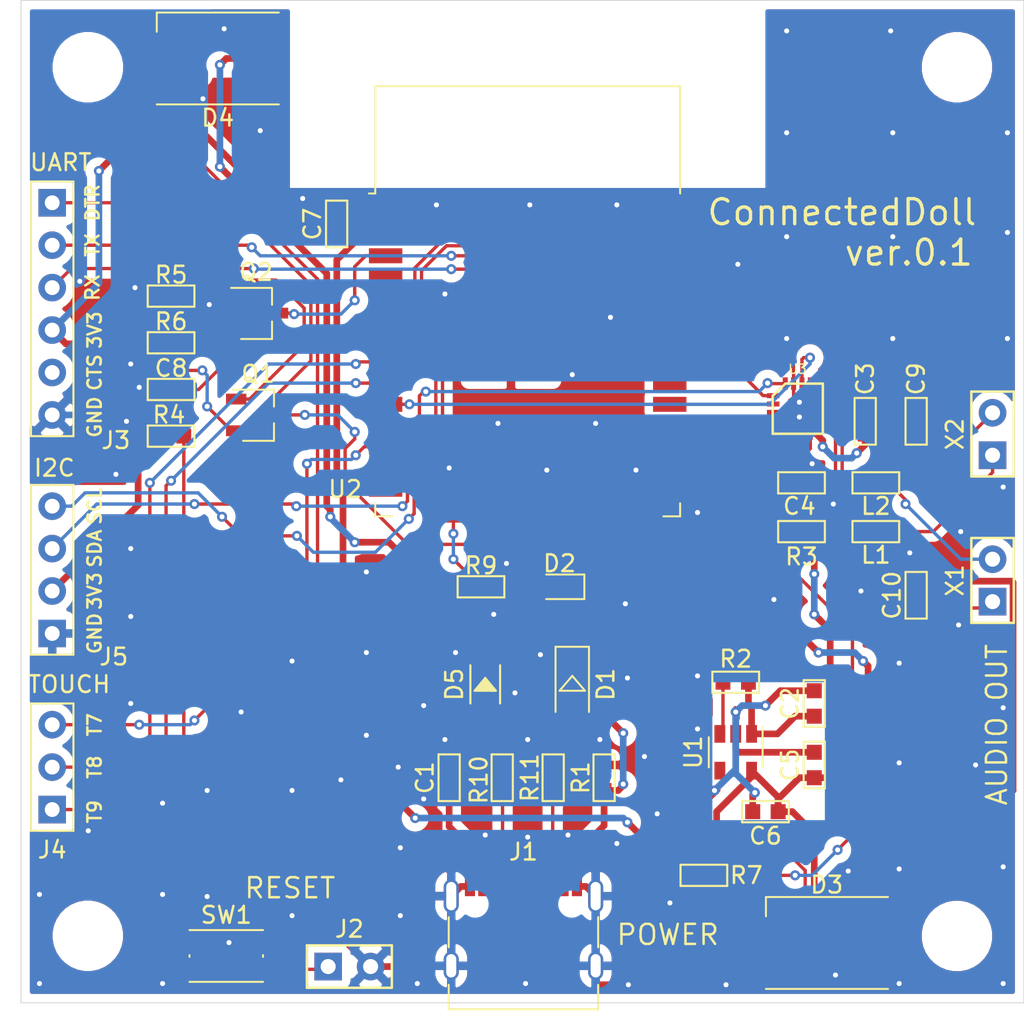
<source format=kicad_pcb>
(kicad_pcb (version 20171130) (host pcbnew "(5.1.5-0-10_14)")
  (layers (0 F.Cu signal) (31 B.Cu signal) (34 B.Paste user) (35 F.Paste user) (36 B.SilkS user) (37 F.SilkS user) (38 B.Mask user) (39 F.Mask user) (44 Edge.Cuts user))
  (net 0 "")
  (net 1 GND)
  (net 2 "Net-(D2-Pad2)")
  (net 3 "Net-(D3-Pad4)")
  (net 4 /VDD)
  (net 5 +3V3)
  (net 6 "Net-(D3-Pad2)")
  (net 7 /IO4)
  (net 8 "Net-(D4-Pad1)")
  (net 9 "Net-(D4-Pad4)")
  (net 10 "Net-(J1-PadB7)")
  (net 11 "Net-(J1-PadA6)")
  (net 12 "Net-(J1-PadA7)")
  (net 13 "Net-(J1-PadB8)")
  (net 14 "Net-(J1-PadA5)")
  (net 15 "Net-(J1-PadA8)")
  (net 16 "Net-(J1-PadB6)")
  (net 17 "Net-(J1-PadB5)")
  (net 18 VBUS)
  (net 19 /IO0)
  (net 20 /DTR)
  (net 21 "Net-(Q1-Pad1)")
  (net 22 "Net-(Q2-Pad1)")
  (net 23 /RESET)
  (net 24 "Net-(C2-Pad1)")
  (net 25 "Net-(R2-Pad2)")
  (net 26 "Net-(U1-Pad4)")
  (net 27 "Net-(U2-Pad4)")
  (net 28 "Net-(U2-Pad5)")
  (net 29 "Net-(U2-Pad6)")
  (net 30 "Net-(U2-Pad7)")
  (net 31 /T8)
  (net 32 /T9)
  (net 33 /LRCLK)
  (net 34 /BCLK)
  (net 35 /T7)
  (net 36 "Net-(U2-Pad13)")
  (net 37 "Net-(U2-Pad14)")
  (net 38 /IO13)
  (net 39 "Net-(U2-Pad17)")
  (net 40 "Net-(U2-Pad18)")
  (net 41 "Net-(U2-Pad19)")
  (net 42 "Net-(U2-Pad20)")
  (net 43 "Net-(U2-Pad21)")
  (net 44 "Net-(U2-Pad22)")
  (net 45 "Net-(U2-Pad23)")
  (net 46 "Net-(U2-Pad24)")
  (net 47 "Net-(U2-Pad27)")
  (net 48 "Net-(U2-Pad28)")
  (net 49 "Net-(U2-Pad29)")
  (net 50 "Net-(U2-Pad30)")
  (net 51 "Net-(U2-Pad31)")
  (net 52 "Net-(U2-Pad32)")
  (net 53 /DIN)
  (net 54 /RX)
  (net 55 /TX)
  (net 56 /SCL)
  (net 57 /SDA)
  (net 58 /VD-)
  (net 59 /VD+)
  (net 60 /CTS)
  (net 61 "Net-(L1-Pad1)")
  (net 62 "Net-(L2-Pad1)")
  (net 63 "Net-(R3-Pad2)")
  (net 64 "Net-(D3-Pad1)")
  (net 65 /GAN)
  (module MountingHole:MountingHole_3.2mm_M3 (layer F.Cu) (at 172.75 67.58)
    (fp_text reference REF** hide)
    (fp_text value MountingHole_3.2mm_M3)
    (pad 1 np_thru_hole circle (at 0 0) (size 3.2 3.2) (drill 3.2) (layers *.Cu *.Mask))
  )
  (module MountingHole:MountingHole_3.2mm_M3 (layer F.Cu) (at 120.75 67.58)
    (fp_text reference REF** hide)
    (fp_text value MountingHole_3.2mm_M3)
    (pad 1 np_thru_hole circle (at 0 0) (size 3.2 3.2) (drill 3.2) (layers *.Cu *.Mask))
  )
  (module MountingHole:MountingHole_3.2mm_M3 (layer F.Cu) (at 120.75 119.57)
    (fp_text reference REF** hide)
    (fp_text value MountingHole_3.2mm_M3)
    (pad 1 np_thru_hole circle (at 0 0) (size 3.2 3.2) (drill 3.2) (layers *.Cu *.Mask))
  )
  (module MountingHole:MountingHole_3.2mm_M3 (layer F.Cu) (at 172.75 119.58)
    (fp_text reference REF** hide)
    (fp_text value MountingHole_3.2mm_M3)
    (pad 1 np_thru_hole circle (at 0 0) (size 3.2 3.2) (drill 3.2) (layers *.Cu *.Mask))
  )
  (module LED_SMD:LED_WS2812_PLCC6_5.0x5.0mm_P1.6mm (layer F.Cu) (at 164.97 120)
    (fp_text reference D3 (at -0.01 -3.48) (layer F.SilkS))
    (fp_text value WS2812S)
    (pad 4 smd rect (at 2.45 1.6) (size 1.5 1) (layers F.Cu F.Paste F.Mask) (net 3 "Net-(D3-Pad4)"))
    (pad 5 smd rect (at 2.45 0) (size 1.5 1) (layers F.Cu F.Paste F.Mask) (net 4 /VDD))
    (pad 6 smd rect (at 2.45 -1.6) (size 1.5 1) (layers F.Cu F.Paste F.Mask) (net 1 GND))
    (pad 3 smd rect (at -2.45 1.6) (size 1.5 1) (layers F.Cu F.Paste F.Mask) (net 5 +3V3))
    (pad 2 smd rect (at -2.45 0) (size 1.5 1) (layers F.Cu F.Paste F.Mask) (net 6 "Net-(D3-Pad2)"))
    (pad 1 smd rect (at -2.45 -1.6) (size 1.5 1) (layers F.Cu F.Paste F.Mask) (net 64 "Net-(D3-Pad1)"))
  )
  (module LED_SMD:LED_WS2812_PLCC6_5.0x5.0mm_P1.6mm (layer F.Cu) (at 128.524 67.056)
    (fp_text reference D4 (at 0 3.556) (layer F.SilkS))
    (fp_text value WS2812S)
    (pad 1 smd rect (at -2.45 -1.6) (size 1.5 1) (layers F.Cu F.Paste F.Mask) (net 8 "Net-(D4-Pad1)"))
    (pad 2 smd rect (at -2.45 0) (size 1.5 1) (layers F.Cu F.Paste F.Mask) (net 64 "Net-(D3-Pad1)"))
    (pad 3 smd rect (at -2.45 1.6) (size 1.5 1) (layers F.Cu F.Paste F.Mask) (net 5 +3V3))
    (pad 6 smd rect (at 2.45 -1.6) (size 1.5 1) (layers F.Cu F.Paste F.Mask) (net 1 GND))
    (pad 5 smd rect (at 2.45 0) (size 1.5 1) (layers F.Cu F.Paste F.Mask) (net 4 /VDD))
    (pad 4 smd rect (at 2.45 1.6) (size 1.5 1) (layers F.Cu F.Paste F.Mask) (net 9 "Net-(D4-Pad4)"))
  )
  (module Connector_USB:USB_C_Receptacle_Palconn_UTC16-G (layer F.Cu) (at 146.812 119.126)
    (fp_text reference J1 (at 0 -4.58) (layer F.SilkS))
    (fp_text value USB_C_Receptacle_USB2.0)
    (pad S1 thru_hole oval (at -4.32 -1.93 90) (size 2 0.9) (drill oval 1.7 0.6) (layers *.Cu *.Mask) (net 1 GND))
    (pad S1 thru_hole oval (at 4.32 -1.93 90) (size 2 0.9) (drill oval 1.7 0.6) (layers *.Cu *.Mask) (net 1 GND))
    (pad S1 thru_hole oval (at -4.32 2.24 90) (size 1.7 0.9) (drill oval 1.4 0.6) (layers *.Cu *.Mask) (net 1 GND))
    (pad S1 thru_hole oval (at 4.32 2.24 90) (size 1.7 0.9) (drill oval 1.4 0.6) (layers *.Cu *.Mask) (net 1 GND))
    (pad B7 smd rect (at -0.75 -2.51 180) (size 0.3 1.16) (layers F.Cu F.Paste F.Mask) (net 10 "Net-(J1-PadB7)"))
    (pad A6 smd rect (at -0.25 -2.51 180) (size 0.3 1.16) (layers F.Cu F.Paste F.Mask) (net 11 "Net-(J1-PadA6)"))
    (pad A7 smd rect (at 0.25 -2.51 180) (size 0.3 1.16) (layers F.Cu F.Paste F.Mask) (net 12 "Net-(J1-PadA7)"))
    (pad B8 smd rect (at -1.75 -2.51 180) (size 0.3 1.16) (layers F.Cu F.Paste F.Mask) (net 13 "Net-(J1-PadB8)"))
    (pad A5 smd rect (at -1.25 -2.51 180) (size 0.3 1.16) (layers F.Cu F.Paste F.Mask) (net 14 "Net-(J1-PadA5)"))
    (pad A8 smd rect (at 1.25 -2.51 180) (size 0.3 1.16) (layers F.Cu F.Paste F.Mask) (net 15 "Net-(J1-PadA8)"))
    (pad B6 smd rect (at 0.75 -2.51 180) (size 0.3 1.16) (layers F.Cu F.Paste F.Mask) (net 16 "Net-(J1-PadB6)"))
    (pad B5 smd rect (at 1.75 -2.51 180) (size 0.3 1.16) (layers F.Cu F.Paste F.Mask) (net 17 "Net-(J1-PadB5)"))
    (pad "" np_thru_hole circle (at 2.89 -1.45 180) (size 0.6 0.6) (drill 0.6) (layers *.Cu *.Mask))
    (pad "" np_thru_hole circle (at -2.89 -1.45 180) (size 0.6 0.6) (drill 0.6) (layers *.Cu *.Mask))
    (pad A4 smd rect (at -2.4 -2.51) (size 0.6 1.16) (layers F.Cu F.Paste F.Mask) (net 18 VBUS))
    (pad B9 smd rect (at -2.4 -2.51) (size 0.6 1.16) (layers F.Cu F.Paste F.Mask) (net 18 VBUS))
    (pad A1 smd rect (at -3.2 -2.51) (size 0.6 1.16) (layers F.Cu F.Paste F.Mask) (net 1 GND))
    (pad B12 smd rect (at -3.2 -2.51) (size 0.6 1.16) (layers F.Cu F.Paste F.Mask) (net 1 GND))
    (pad B4 smd rect (at 2.4 -2.51) (size 0.6 1.16) (layers F.Cu F.Paste F.Mask) (net 18 VBUS))
    (pad B1 smd rect (at 3.2 -2.51) (size 0.6 1.16) (layers F.Cu F.Paste F.Mask) (net 1 GND))
    (pad A9 smd rect (at 2.4 -2.51) (size 0.6 1.16) (layers F.Cu F.Paste F.Mask) (net 18 VBUS))
    (pad A12 smd rect (at 3.2 -2.51) (size 0.6 1.16) (layers F.Cu F.Paste F.Mask) (net 1 GND))
  )
  (module Package_TO_SOT_SMD:TSOT-23 (layer F.Cu) (at 130.937 88.392)
    (fp_text reference Q1 (at 0 -2.45) (layer F.SilkS))
    (fp_text value S9013)
    (pad 3 smd rect (at 1.31 0) (size 1.22 0.65) (layers F.Cu F.Paste F.Mask) (net 19 /IO0))
    (pad 2 smd rect (at -1.31 0.95) (size 1.22 0.65) (layers F.Cu F.Paste F.Mask) (net 20 /DTR))
    (pad 1 smd rect (at -1.31 -0.95) (size 1.22 0.65) (layers F.Cu F.Paste F.Mask) (net 21 "Net-(Q1-Pad1)"))
  )
  (module Package_TO_SOT_SMD:TSOT-23 (layer F.Cu) (at 130.820001 82.297001)
    (fp_text reference Q2 (at 0 -2.45) (layer F.SilkS))
    (fp_text value S9013)
    (pad 1 smd rect (at -1.31 -0.95) (size 1.22 0.65) (layers F.Cu F.Paste F.Mask) (net 22 "Net-(Q2-Pad1)"))
    (pad 2 smd rect (at -1.31 0.95) (size 1.22 0.65) (layers F.Cu F.Paste F.Mask) (net 23 /RESET))
    (pad 3 smd rect (at 1.31 0) (size 1.22 0.65) (layers F.Cu F.Paste F.Mask) (net 23 /RESET))
  )
  (module Button_Switch_SMD:SW_Push_1P1T_NO_CK_KMR2 (layer F.Cu) (at 129.032 120.777)
    (fp_text reference SW1 (at 0 -2.45) (layer F.SilkS))
    (fp_text value SW_PUSH)
    (pad 1 smd rect (at -2.05 -0.8) (size 0.9 1) (layers F.Cu F.Paste F.Mask) (net 1 GND))
    (pad 2 smd rect (at -2.05 0.8) (size 0.9 1) (layers F.Cu F.Paste F.Mask) (net 23 /RESET))
    (pad 1 smd rect (at 2.05 -0.8) (size 0.9 1) (layers F.Cu F.Paste F.Mask) (net 1 GND))
    (pad 2 smd rect (at 2.05 0.8) (size 0.9 1) (layers F.Cu F.Paste F.Mask) (net 23 /RESET))
  )
  (module Package_TO_SOT_SMD:SOT-23-5 (layer F.Cu) (at 159.512 108.585 270)
    (fp_text reference U1 (at 0 2.54 90) (layer F.SilkS))
    (fp_text value AP2112K-3.3)
    (pad 1 smd rect (at -1.1 -0.95 270) (size 1.06 0.65) (layers F.Cu F.Paste F.Mask) (net 24 "Net-(C2-Pad1)"))
    (pad 2 smd rect (at -1.1 0 270) (size 1.06 0.65) (layers F.Cu F.Paste F.Mask) (net 1 GND))
    (pad 3 smd rect (at -1.1 0.95 270) (size 1.06 0.65) (layers F.Cu F.Paste F.Mask) (net 25 "Net-(R2-Pad2)"))
    (pad 4 smd rect (at 1.1 0.95 270) (size 1.06 0.65) (layers F.Cu F.Paste F.Mask) (net 26 "Net-(U1-Pad4)"))
    (pad 5 smd rect (at 1.1 -0.95 270) (size 1.06 0.65) (layers F.Cu F.Paste F.Mask) (net 5 +3V3))
  )
  (module RF_Module:ESP32-WROOM-32 (layer F.Cu) (at 147.066 84.582)
    (fp_text reference U2 (at -10.922 8.255 180) (layer F.SilkS))
    (fp_text value ESP32-WROOM-32)
    (pad 39 smd rect (at -1 -0.755) (size 5 5) (layers F.Cu F.Paste F.Mask) (net 1 GND))
    (pad 1 smd rect (at -8.5 -8.255) (size 2 0.9) (layers F.Cu F.Paste F.Mask) (net 1 GND))
    (pad 2 smd rect (at -8.5 -6.985) (size 2 0.9) (layers F.Cu F.Paste F.Mask) (net 5 +3V3))
    (pad 3 smd rect (at -8.5 -5.715) (size 2 0.9) (layers F.Cu F.Paste F.Mask) (net 23 /RESET))
    (pad 4 smd rect (at -8.5 -4.445) (size 2 0.9) (layers F.Cu F.Paste F.Mask) (net 27 "Net-(U2-Pad4)"))
    (pad 5 smd rect (at -8.5 -3.175) (size 2 0.9) (layers F.Cu F.Paste F.Mask) (net 28 "Net-(U2-Pad5)"))
    (pad 6 smd rect (at -8.5 -1.905) (size 2 0.9) (layers F.Cu F.Paste F.Mask) (net 29 "Net-(U2-Pad6)"))
    (pad 7 smd rect (at -8.5 -0.635) (size 2 0.9) (layers F.Cu F.Paste F.Mask) (net 30 "Net-(U2-Pad7)"))
    (pad 8 smd rect (at -8.5 0.635) (size 2 0.9) (layers F.Cu F.Paste F.Mask) (net 31 /T8))
    (pad 9 smd rect (at -8.5 1.905) (size 2 0.9) (layers F.Cu F.Paste F.Mask) (net 32 /T9))
    (pad 10 smd rect (at -8.5 3.175) (size 2 0.9) (layers F.Cu F.Paste F.Mask) (net 33 /LRCLK))
    (pad 11 smd rect (at -8.5 4.445) (size 2 0.9) (layers F.Cu F.Paste F.Mask) (net 34 /BCLK))
    (pad 12 smd rect (at -8.5 5.715) (size 2 0.9) (layers F.Cu F.Paste F.Mask) (net 35 /T7))
    (pad 13 smd rect (at -8.5 6.985) (size 2 0.9) (layers F.Cu F.Paste F.Mask) (net 36 "Net-(U2-Pad13)"))
    (pad 14 smd rect (at -8.5 8.255) (size 2 0.9) (layers F.Cu F.Paste F.Mask) (net 37 "Net-(U2-Pad14)"))
    (pad 15 smd rect (at -5.715 9.255 90) (size 2 0.9) (layers F.Cu F.Paste F.Mask) (net 1 GND))
    (pad 16 smd rect (at -4.445 9.255 90) (size 2 0.9) (layers F.Cu F.Paste F.Mask) (net 38 /IO13))
    (pad 17 smd rect (at -3.175 9.255 90) (size 2 0.9) (layers F.Cu F.Paste F.Mask) (net 39 "Net-(U2-Pad17)"))
    (pad 18 smd rect (at -1.905 9.255 90) (size 2 0.9) (layers F.Cu F.Paste F.Mask) (net 40 "Net-(U2-Pad18)"))
    (pad 19 smd rect (at -0.635 9.255 90) (size 2 0.9) (layers F.Cu F.Paste F.Mask) (net 41 "Net-(U2-Pad19)"))
    (pad 20 smd rect (at 0.635 9.255 90) (size 2 0.9) (layers F.Cu F.Paste F.Mask) (net 42 "Net-(U2-Pad20)"))
    (pad 21 smd rect (at 1.905 9.255 90) (size 2 0.9) (layers F.Cu F.Paste F.Mask) (net 43 "Net-(U2-Pad21)"))
    (pad 22 smd rect (at 3.175 9.255 90) (size 2 0.9) (layers F.Cu F.Paste F.Mask) (net 44 "Net-(U2-Pad22)"))
    (pad 23 smd rect (at 4.445 9.255 90) (size 2 0.9) (layers F.Cu F.Paste F.Mask) (net 45 "Net-(U2-Pad23)"))
    (pad 24 smd rect (at 5.715 9.255 90) (size 2 0.9) (layers F.Cu F.Paste F.Mask) (net 46 "Net-(U2-Pad24)"))
    (pad 25 smd rect (at 8.5 8.255) (size 2 0.9) (layers F.Cu F.Paste F.Mask) (net 19 /IO0))
    (pad 26 smd rect (at 8.5 6.985) (size 2 0.9) (layers F.Cu F.Paste F.Mask) (net 7 /IO4))
    (pad 27 smd rect (at 8.5 5.715) (size 2 0.9) (layers F.Cu F.Paste F.Mask) (net 47 "Net-(U2-Pad27)"))
    (pad 28 smd rect (at 8.5 4.445) (size 2 0.9) (layers F.Cu F.Paste F.Mask) (net 48 "Net-(U2-Pad28)"))
    (pad 29 smd rect (at 8.5 3.175) (size 2 0.9) (layers F.Cu F.Paste F.Mask) (net 49 "Net-(U2-Pad29)"))
    (pad 30 smd rect (at 8.5 1.905) (size 2 0.9) (layers F.Cu F.Paste F.Mask) (net 50 "Net-(U2-Pad30)"))
    (pad 31 smd rect (at 8.5 0.635) (size 2 0.9) (layers F.Cu F.Paste F.Mask) (net 51 "Net-(U2-Pad31)"))
    (pad 32 smd rect (at 8.5 -0.635) (size 2 0.9) (layers F.Cu F.Paste F.Mask) (net 52 "Net-(U2-Pad32)"))
    (pad 33 smd rect (at 8.5 -1.905) (size 2 0.9) (layers F.Cu F.Paste F.Mask) (net 53 /DIN))
    (pad 34 smd rect (at 8.5 -3.175) (size 2 0.9) (layers F.Cu F.Paste F.Mask) (net 54 /RX))
    (pad 35 smd rect (at 8.5 -4.445) (size 2 0.9) (layers F.Cu F.Paste F.Mask) (net 55 /TX))
    (pad 36 smd rect (at 8.5 -5.715) (size 2 0.9) (layers F.Cu F.Paste F.Mask) (net 56 /SCL))
    (pad 37 smd rect (at 8.5 -6.985) (size 2 0.9) (layers F.Cu F.Paste F.Mask) (net 57 /SDA))
    (pad 38 smd rect (at 8.5 -8.255) (size 2 0.9) (layers F.Cu F.Paste F.Mask) (net 1 GND))
  )
  (module OPL_Capacitor:C0603 (layer F.Cu) (at 142.367 110.109 90)
    (fp_text reference C1 (at 0 -1.45 90) (layer F.SilkS))
    (fp_text value 10uF)
    (pad 1 smd rect (at -0.762 0 90) (size 0.9 0.9) (layers F.Cu F.Paste F.Mask) (net 18 VBUS))
    (pad 2 smd rect (at 0.762 0 90) (size 0.9 0.9) (layers F.Cu F.Paste F.Mask) (net 1 GND))
  )
  (module OPL_Capacitor:C0603 (layer F.Cu) (at 164.211 105.664 90)
    (fp_text reference C2 (at 0 -1.45 90) (layer F.SilkS))
    (fp_text value 10uF)
    (pad 2 smd rect (at 0.762 0 90) (size 0.9 0.9) (layers F.Cu F.Paste F.Mask) (net 1 GND))
    (pad 1 smd rect (at -0.762 0 90) (size 0.9 0.9) (layers F.Cu F.Paste F.Mask) (net 24 "Net-(C2-Pad1)"))
  )
  (module OPL_Capacitor:C0603 (layer F.Cu) (at 167.259 88.773 90)
    (fp_text reference C3 (at 2.54 0 90) (layer F.SilkS))
    (fp_text value 10uF)
    (pad 2 smd rect (at 0.762 0 90) (size 0.9 0.9) (layers F.Cu F.Paste F.Mask) (net 1 GND))
    (pad 1 smd rect (at -0.762 0 90) (size 0.9 0.9) (layers F.Cu F.Paste F.Mask) (net 5 +3V3))
  )
  (module OPL_Capacitor:C0603 (layer F.Cu) (at 163.449 92.456)
    (fp_text reference C4 (at -0.127 1.397) (layer F.SilkS))
    (fp_text value 0.1uF)
    (pad 1 smd rect (at -0.762 0) (size 0.9 0.9) (layers F.Cu F.Paste F.Mask) (net 5 +3V3))
    (pad 2 smd rect (at 0.762 0) (size 0.9 0.9) (layers F.Cu F.Paste F.Mask) (net 1 GND))
  )
  (module OPL_Capacitor:C0603 (layer F.Cu) (at 164.211 109.347 90)
    (fp_text reference C5 (at 0 -1.45 90) (layer F.SilkS))
    (fp_text value 10uF)
    (pad 1 smd rect (at -0.762 0 90) (size 0.9 0.9) (layers F.Cu F.Paste F.Mask) (net 5 +3V3))
    (pad 2 smd rect (at 0.762 0 90) (size 0.9 0.9) (layers F.Cu F.Paste F.Mask) (net 1 GND))
  )
  (module OPL_Capacitor:C0603 (layer F.Cu) (at 161.29 112.141 180)
    (fp_text reference C6 (at 0 -1.45) (layer F.SilkS))
    (fp_text value 1uF)
    (pad 2 smd rect (at 0.762 0 180) (size 0.9 0.9) (layers F.Cu F.Paste F.Mask) (net 1 GND))
    (pad 1 smd rect (at -0.762 0 180) (size 0.9 0.9) (layers F.Cu F.Paste F.Mask) (net 5 +3V3))
  )
  (module OPL_Capacitor:C0603 (layer F.Cu) (at 135.636 76.962 90)
    (fp_text reference C7 (at 0 -1.45 90) (layer F.SilkS))
    (fp_text value 10uF)
    (pad 1 smd rect (at -0.762 0 90) (size 0.9 0.9) (layers F.Cu F.Paste F.Mask) (net 5 +3V3))
    (pad 2 smd rect (at 0.762 0 90) (size 0.9 0.9) (layers F.Cu F.Paste F.Mask) (net 1 GND))
  )
  (module OPL_Capacitor:C0603 (layer F.Cu) (at 125.73 86.868 180)
    (fp_text reference C8 (at 0 1.27) (layer F.SilkS))
    (fp_text value 1uF)
    (pad 2 smd rect (at 0.762 0 180) (size 0.9 0.9) (layers F.Cu F.Paste F.Mask) (net 1 GND))
    (pad 1 smd rect (at -0.762 0 180) (size 0.9 0.9) (layers F.Cu F.Paste F.Mask) (net 23 /RESET))
  )
  (module OPL_Capacitor:C0603 (layer F.Cu) (at 170.307 88.773 90)
    (fp_text reference C9 (at 2.54 0 90) (layer F.SilkS))
    (fp_text value 220pF)
    (pad 1 smd rect (at -0.762 0 90) (size 0.9 0.9) (layers F.Cu F.Paste F.Mask) (net 58 /VD-))
    (pad 2 smd rect (at 0.762 0 90) (size 0.9 0.9) (layers F.Cu F.Paste F.Mask) (net 1 GND))
  )
  (module OPL_Capacitor:C0603 (layer F.Cu) (at 170.307 99.187 90)
    (fp_text reference C10 (at 0 -1.45 90) (layer F.SilkS))
    (fp_text value 220pF)
    (pad 2 smd rect (at 0.762 0 90) (size 0.9 0.9) (layers F.Cu F.Paste F.Mask) (net 1 GND))
    (pad 1 smd rect (at -0.762 0 90) (size 0.9 0.9) (layers F.Cu F.Paste F.Mask) (net 59 /VD+))
  )
  (module OPL_Discrete_Semiconductor:SOD-123 (layer F.Cu) (at 144.526 104.521 90)
    (fp_text reference D5 (at 0 -1.85 90) (layer F.SilkS))
    (fp_text value 1N4148)
    (pad 2 smd rect (at 1.651 0 270) (size 1.397 1.397) (layers F.Cu F.Paste F.Mask) (net 4 /VDD))
    (pad 1 smd rect (at -1.651 0 270) (size 1.397 1.397) (layers F.Cu F.Paste F.Mask) (net 18 VBUS))
  )
  (module OPL_Connector:H2-2.54 (layer F.Cu) (at 136.398 121.412)
    (fp_text reference J2 (at 0 -2.25 180) (layer F.SilkS))
    (fp_text value Conn_01x02)
    (pad 1 thru_hole rect (at -1.27 0 90) (size 1.651 1.651) (drill 0.9) (layers *.Cu *.Mask) (net 23 /RESET))
    (pad 2 thru_hole circle (at 1.27 0 90) (size 1.651 1.651) (drill 0.9) (layers *.Cu *.Mask) (net 1 GND))
  )
  (module OPL_Connector:H6-2.54 (layer F.Cu) (at 118.618 82.042 90)
    (fp_text reference J3 (at -7.874 3.81 180) (layer F.SilkS))
    (fp_text value UART)
    (pad 1 thru_hole rect (at 6.35 0) (size 1.651 1.651) (drill 0.889) (layers *.Cu *.Mask) (net 20 /DTR))
    (pad 2 thru_hole circle (at 3.81 0) (size 1.651 1.651) (drill 0.889) (layers *.Cu *.Mask) (net 55 /TX))
    (pad 3 thru_hole circle (at 1.27 0) (size 1.651 1.651) (drill 0.889) (layers *.Cu *.Mask) (net 54 /RX))
    (pad 4 thru_hole circle (at -1.27 0) (size 1.651 1.651) (drill 0.889) (layers *.Cu *.Mask) (net 5 +3V3))
    (pad 5 thru_hole circle (at -3.81 0) (size 1.651 1.651) (drill 0.889) (layers *.Cu *.Mask) (net 60 /CTS))
    (pad 6 thru_hole circle (at -6.35 0) (size 1.651 1.651) (drill 0.889) (layers *.Cu *.Mask) (net 1 GND))
  )
  (module OPL_Connector:H3-2.54 (layer F.Cu) (at 118.618 109.474 270)
    (fp_text reference J4 (at 4.953 0) (layer F.SilkS))
    (fp_text value TOUCH)
    (pad 3 thru_hole circle (at -2.54 0) (size 1.651 1.651) (drill 0.889) (layers *.Cu *.Mask) (net 35 /T7))
    (pad 2 thru_hole circle (at 0 0) (size 1.651 1.651) (drill 0.889) (layers *.Cu *.Mask) (net 31 /T8))
    (pad 1 thru_hole rect (at 2.54 0) (size 1.651 1.651) (drill 0.889) (layers *.Cu *.Mask) (net 32 /T9))
  )
  (module OPL_Connector:H4-2.54 (layer F.Cu) (at 118.618 97.663 270)
    (fp_text reference J5 (at 5.207 -3.683 180) (layer F.SilkS))
    (fp_text value Conn_01x04)
    (pad 1 thru_hole rect (at 3.81 0 180) (size 1.651 1.651) (drill 0.889) (layers *.Cu *.Mask) (net 1 GND))
    (pad 2 thru_hole circle (at 1.27 0 180) (size 1.651 1.651) (drill 0.889) (layers *.Cu *.Mask) (net 5 +3V3))
    (pad 3 thru_hole circle (at -1.27 0 180) (size 1.651 1.651) (drill 0.889) (layers *.Cu *.Mask) (net 57 /SDA))
    (pad 4 thru_hole circle (at -3.81 0 180) (size 1.651 1.651) (drill 0.889) (layers *.Cu *.Mask) (net 56 /SCL))
  )
  (module OPL_Resistor:R0603 (layer F.Cu) (at 167.894 95.377)
    (fp_text reference L1 (at 0 1.397 180) (layer F.SilkS))
    (fp_text value SMD-FERRITE)
    (pad 1 smd rect (at -0.762 0) (size 0.889 0.889) (layers F.Cu F.Paste F.Mask) (net 61 "Net-(L1-Pad1)"))
    (pad 2 smd rect (at 0.762 0) (size 0.889 0.889) (layers F.Cu F.Paste F.Mask) (net 59 /VD+))
  )
  (module OPL_Resistor:R0603 (layer F.Cu) (at 167.894 92.456)
    (fp_text reference L2 (at 0 1.397 180) (layer F.SilkS))
    (fp_text value SMD-FERRITE)
    (pad 2 smd rect (at 0.762 0) (size 0.889 0.889) (layers F.Cu F.Paste F.Mask) (net 58 /VD-))
    (pad 1 smd rect (at -0.762 0) (size 0.889 0.889) (layers F.Cu F.Paste F.Mask) (net 62 "Net-(L2-Pad1)"))
  )
  (module OPL_Resistor:R0603 (layer F.Cu) (at 151.638 110.109 90)
    (fp_text reference R1 (at 0 -1.397 270) (layer F.SilkS))
    (fp_text value 100k)
    (pad 1 smd rect (at -0.762 0 90) (size 0.889 0.889) (layers F.Cu F.Paste F.Mask) (net 18 VBUS))
    (pad 2 smd rect (at 0.762 0 90) (size 0.889 0.889) (layers F.Cu F.Paste F.Mask) (net 1 GND))
  )
  (module OPL_Resistor:R0603 (layer F.Cu) (at 159.512 104.394 180)
    (fp_text reference R2 (at 0 1.397 180) (layer F.SilkS))
    (fp_text value 100k)
    (pad 1 smd rect (at -0.762 0 180) (size 0.889 0.889) (layers F.Cu F.Paste F.Mask) (net 24 "Net-(C2-Pad1)"))
    (pad 2 smd rect (at 0.762 0 180) (size 0.889 0.889) (layers F.Cu F.Paste F.Mask) (net 25 "Net-(R2-Pad2)"))
  )
  (module OPL_Resistor:R0603 (layer F.Cu) (at 163.449 95.377 180)
    (fp_text reference R3 (at 0 -1.5 180) (layer F.SilkS))
    (fp_text value 1M)
    (pad 2 smd rect (at 0.762 0 180) (size 0.889 0.889) (layers F.Cu F.Paste F.Mask) (net 63 "Net-(R3-Pad2)"))
    (pad 1 smd rect (at -0.762 0 180) (size 0.889 0.889) (layers F.Cu F.Paste F.Mask) (net 5 +3V3))
  )
  (module OPL_Resistor:R0603 (layer F.Cu) (at 125.73 89.662)
    (fp_text reference R4 (at -0.127 -1.27 180) (layer F.SilkS))
    (fp_text value 10k)
    (pad 1 smd rect (at -0.762 0) (size 0.889 0.889) (layers F.Cu F.Paste F.Mask) (net 5 +3V3))
    (pad 2 smd rect (at 0.762 0) (size 0.889 0.889) (layers F.Cu F.Paste F.Mask) (net 23 /RESET))
  )
  (module OPL_Resistor:R0603 (layer F.Cu) (at 125.73 81.28)
    (fp_text reference R5 (at 0 -1.27 180) (layer F.SilkS))
    (fp_text value 10k)
    (pad 2 smd rect (at 0.762 0) (size 0.889 0.889) (layers F.Cu F.Paste F.Mask) (net 23 /RESET))
    (pad 1 smd rect (at -0.762 0) (size 0.889 0.889) (layers F.Cu F.Paste F.Mask) (net 21 "Net-(Q1-Pad1)"))
  )
  (module OPL_Resistor:R0603 (layer F.Cu) (at 125.73 84.074 180)
    (fp_text reference R6 (at 0 1.27 180) (layer F.SilkS))
    (fp_text value 10k)
    (pad 1 smd rect (at -0.762 0 180) (size 0.889 0.889) (layers F.Cu F.Paste F.Mask) (net 22 "Net-(Q2-Pad1)"))
    (pad 2 smd rect (at 0.762 0 180) (size 0.889 0.889) (layers F.Cu F.Paste F.Mask) (net 20 /DTR))
  )
  (module OPL_Resistor:R0603 (layer F.Cu) (at 157.607 115.951)
    (fp_text reference R7 (at 2.54 0 180) (layer F.SilkS))
    (fp_text value 100)
    (pad 2 smd rect (at 0.762 0) (size 0.889 0.889) (layers F.Cu F.Paste F.Mask) (net 7 /IO4))
    (pad 1 smd rect (at -0.762 0) (size 0.889 0.889) (layers F.Cu F.Paste F.Mask) (net 6 "Net-(D3-Pad2)"))
  )
  (module OPL_Resistor:R0603 (layer F.Cu) (at 144.272 98.679)
    (fp_text reference R9 (at 0 -1.27 180) (layer F.SilkS))
    (fp_text value 1k)
    (pad 2 smd rect (at 0.762 0) (size 0.889 0.889) (layers F.Cu F.Paste F.Mask) (net 2 "Net-(D2-Pad2)"))
    (pad 1 smd rect (at -0.762 0) (size 0.889 0.889) (layers F.Cu F.Paste F.Mask) (net 38 /IO13))
  )
  (module OPL_Connector:H2-2.54 (layer F.Cu) (at 174.879 98.298 90)
    (fp_text reference X1 (at 0 -2.25 270) (layer F.SilkS))
    (fp_text value Conn_01x02)
    (pad 2 thru_hole circle (at 1.27 0 180) (size 1.651 1.651) (drill 0.9) (layers *.Cu *.Mask) (net 58 /VD-))
    (pad 1 thru_hole rect (at -1.27 0 180) (size 1.651 1.651) (drill 0.9) (layers *.Cu *.Mask) (net 59 /VD+))
  )
  (module OPL_Connector:H2-2.54 (layer F.Cu) (at 174.879 89.535 90)
    (fp_text reference X2 (at 0 -2.25 270) (layer F.SilkS))
    (fp_text value Conn_01x02)
    (pad 1 thru_hole rect (at -1.27 0 180) (size 1.651 1.651) (drill 0.9) (layers *.Cu *.Mask) (net 59 /VD+))
    (pad 2 thru_hole circle (at 1.27 0 180) (size 1.651 1.651) (drill 0.9) (layers *.Cu *.Mask) (net 58 /VD-))
  )
  (module OPL_Resistor:R0603 (layer F.Cu) (at 145.542 110.109 270)
    (fp_text reference R10 (at 0.127 1.397 270) (layer F.SilkS))
    (fp_text value 5.1K)
    (pad 1 smd rect (at -0.762 0 270) (size 0.889 0.889) (layers F.Cu F.Paste F.Mask) (net 1 GND))
    (pad 2 smd rect (at 0.762 0 270) (size 0.889 0.889) (layers F.Cu F.Paste F.Mask) (net 14 "Net-(J1-PadA5)"))
  )
  (module OPL_Resistor:R0603 (layer F.Cu) (at 148.59 110.109 270)
    (fp_text reference R11 (at 0 1.397 270) (layer F.SilkS))
    (fp_text value 5.1K)
    (pad 2 smd rect (at 0.762 0 270) (size 0.889 0.889) (layers F.Cu F.Paste F.Mask) (net 17 "Net-(J1-PadB5)"))
    (pad 1 smd rect (at -0.762 0 270) (size 0.889 0.889) (layers F.Cu F.Paste F.Mask) (net 1 GND))
  )
  (module open-automation:MAX98357A (layer F.Cu) (at 161.925 87.249)
    (fp_text reference U3 (at 1.28 -1.6) (layer F.SilkS) (effects (font (size 0.55 0.55) (thickness 0.08))))
    (fp_text value MAX98357AETE+T)
    (pad 4 smd rect (at -0.17 1.49) (size 0.75 0.3) (layers F.Cu F.Paste F.Mask) (net 63 "Net-(R3-Pad2)"))
    (pad 3 smd rect (at -0.17 0.99) (size 0.75 0.3) (layers F.Cu F.Paste F.Mask) (net 1 GND))
    (pad 1 smd rect (at -0.17 -0.01) (size 0.75 0.3) (layers F.Cu F.Paste F.Mask) (net 53 /DIN))
    (pad 2 smd rect (at -0.17 0.49) (size 0.75 0.3) (layers F.Cu F.Paste F.Mask) (net 65 /GAN))
    (pad 7 smd rect (at 2.05 2.25 90) (size 0.75 0.3) (layers F.Cu F.Paste F.Mask) (net 5 +3V3))
    (pad 7 smd rect (at 1.55 2.25 90) (size 0.75 0.3) (layers F.Cu F.Paste F.Mask) (net 5 +3V3))
    (pad 6 smd rect (at 1.05 2.25 90) (size 0.75 0.3) (layers F.Cu F.Paste F.Mask))
    (pad 5 smd rect (at 0.55 2.25 90) (size 0.75 0.3) (layers F.Cu F.Paste F.Mask))
    (pad 16 smd rect (at 0.55 -0.73 90) (size 0.75 0.3) (layers F.Cu F.Paste F.Mask) (net 34 /BCLK))
    (pad 3 smd rect (at 1.05 -0.73 90) (size 0.75 0.3) (layers F.Cu F.Paste F.Mask) (net 1 GND))
    (pad 14 smd rect (at 1.55 -0.73 90) (size 0.75 0.3) (layers F.Cu F.Paste F.Mask) (net 33 /LRCLK))
    (pad 13 smd rect (at 2.05 -0.73 90) (size 0.75 0.3) (layers F.Cu F.Paste F.Mask))
    (pad 9 smd rect (at 2.75 1.53 180) (size 0.75 0.3) (layers F.Cu F.Paste F.Mask) (net 61 "Net-(L1-Pad1)"))
    (pad 10 smd rect (at 2.75 1.03 180) (size 0.75 0.3) (layers F.Cu F.Paste F.Mask) (net 62 "Net-(L2-Pad1)"))
    (pad 3 smd rect (at 2.75 0.53 180) (size 0.75 0.3) (layers F.Cu F.Paste F.Mask) (net 1 GND))
    (pad 12 smd rect (at 2.75 0.03 180) (size 0.75 0.3) (layers F.Cu F.Paste F.Mask))
  )
  (module LED_SMD:LED_0603_1608Metric (layer F.Cu) (at 148.971 98.679 180)
    (fp_text reference D2 (at 0 1.397) (layer F.SilkS))
    (fp_text value LED)
    (pad 1 smd roundrect (at -0.7875 0 180) (size 0.875 0.95) (layers F.Cu F.Paste F.Mask) (net 1 GND))
    (pad 2 smd roundrect (at 0.7875 0 180) (size 0.875 0.95) (layers F.Cu F.Paste F.Mask) (net 2 "Net-(D2-Pad2)"))
  )
  (module Diode_SMD:D_SOD-123 (layer F.Cu) (at 149.733 104.521 270)
    (fp_text reference D1 (at 0 -2 90) (layer F.SilkS))
    (fp_text value D_Schottky)
    (pad 1 smd rect (at -1.65 0 270) (size 0.9 1.2) (layers F.Cu F.Paste F.Mask) (net 24 "Net-(C2-Pad1)"))
    (pad 2 smd rect (at 1.65 0 270) (size 0.9 1.2) (layers F.Cu F.Paste F.Mask) (net 18 VBUS))
  )
  (gr_text "ConnectedDoll\n       ver.0.1" (at 165.862 77.47) (layer F.SilkS) (effects (font (size 1.5 1.5) (thickness 0.2))))
  (gr_line (start 150.495 104.902) (end 149.733 104.013) (layer F.SilkS) (width 0.12))
  (gr_line (start 148.971 104.902) (end 150.495 104.902) (layer F.SilkS) (width 0.12))
  (gr_line (start 149.733 104.013) (end 148.971 104.902) (layer F.SilkS) (width 0.12))
  (gr_line (start 176.75 63.58) (end 116.75 63.58) (layer Edge.Cuts) (width 0.05))
  (gr_line (start 176.75 123.58) (end 176.75 63.58) (layer Edge.Cuts) (width 0.05))
  (gr_line (start 116.75 123.58) (end 176.75 123.58) (layer Edge.Cuts) (width 0.05))
  (gr_line (start 116.75 63.58) (end 116.75 123.58) (layer Edge.Cuts) (width 0.05))
  (gr_text "AUDIO OUT" (at 175.133 106.934 90) (layer F.SilkS) (effects (font (size 1.2 1.2))))
  (gr_text POWER (at 155.448 119.507) (layer F.SilkS) (effects (font (size 1.2 1.2))))
  (gr_text T9 (at 121.158 112.141 90) (layer F.SilkS) (effects (font (size 0.8 0.8))))
  (gr_text T8 (at 121.158 109.474 90) (layer F.SilkS) (effects (font (size 0.8 0.8))))
  (gr_text T7 (at 121.158 106.934 90) (layer F.SilkS) (effects (font (size 0.8 0.8))))
  (gr_text SCL (at 121.158 93.853 90) (layer F.SilkS) (effects (font (size 0.8 0.8))))
  (gr_text SDA (at 121.158 96.393 90) (layer F.SilkS) (effects (font (size 0.8 0.8))))
  (gr_text 3V3 (at 121.158 98.933 90) (layer F.SilkS) (effects (font (size 0.8 0.8))))
  (gr_text GND (at 121.158 101.473 90) (layer F.SilkS) (effects (font (size 0.8 0.8))))
  (gr_text GND (at 121.158 88.519 90) (layer F.SilkS) (effects (font (size 0.8 0.8))))
  (gr_text CTS (at 121.158 85.852 90) (layer F.SilkS) (effects (font (size 0.8 0.8))))
  (gr_text 3V3 (at 121.158 83.312 90) (layer F.SilkS) (effects (font (size 0.8 0.8))))
  (gr_text RX (at 121.031 80.772 90) (layer F.SilkS) (effects (font (size 0.8 0.8))))
  (gr_text TX (at 121.031 78.232 90) (layer F.SilkS) (effects (font (size 0.8 0.8))))
  (gr_text DTR (at 121.031 75.692 90) (layer F.SilkS) (effects (font (size 0.8 0.8))))
  (gr_text RESET (at 132.842 116.713) (layer F.SilkS) (effects (font (size 1.2 1.2))))
  (gr_text TOUCH (at 119.634 104.521) (layer F.SilkS) (effects (font (size 1 1))))
  (gr_text I2C (at 118.745 91.567) (layer F.SilkS) (effects (font (size 1 1))))
  (gr_text UART (at 119.126 73.279) (layer F.SilkS) (effects (font (size 1 1))))
  (segment (start 151.638 109.347) (end 148.59 109.347) (width 0.4) (layer F.Cu) (net 1))
  (segment (start 148.59 109.347) (end 145.542 109.347) (width 0.4) (layer F.Cu) (net 1))
  (segment (start 142.494 109.347) (end 142.367 109.474) (width 0.4) (layer F.Cu) (net 1))
  (segment (start 145.542 109.347) (end 142.494 109.347) (width 0.4) (layer F.Cu) (net 1))
  (segment (start 142.446 121.412) (end 142.492 121.366) (width 0.4) (layer F.Cu) (net 1))
  (segment (start 137.668 121.412) (end 142.446 121.412) (width 0.4) (layer F.Cu) (net 1))
  (segment (start 163.361 108.585) (end 164.211 108.585) (width 0.4) (layer F.Cu) (net 1))
  (segment (start 159.682 108.585) (end 163.361 108.585) (width 0.4) (layer F.Cu) (net 1))
  (segment (start 159.512 108.415) (end 159.682 108.585) (width 0.4) (layer F.Cu) (net 1))
  (segment (start 159.512 107.485) (end 159.512 108.415) (width 0.4) (layer F.Cu) (net 1))
  (segment (start 160.528 112.141) (end 160.528 111.125) (width 0.4) (layer F.Cu) (net 1))
  (via (at 160.655 110.998) (size 0.6) (drill 0.3) (layers F.Cu B.Cu) (net 1))
  (segment (start 160.528 111.125) (end 160.655 110.998) (width 0.4) (layer F.Cu) (net 1))
  (via (at 159.512 106.172) (size 0.6) (drill 0.3) (layers F.Cu B.Cu) (net 1))
  (segment (start 160.655 110.998) (end 159.512 109.855) (width 0.4) (layer B.Cu) (net 1))
  (segment (start 159.512 106.172) (end 159.512 107.485) (width 0.4) (layer F.Cu) (net 1))
  (segment (start 170.307 88.011) (end 167.259 88.011) (width 0.4) (layer F.Cu) (net 1))
  (segment (start 167.027 87.779) (end 167.259 88.011) (width 0.2) (layer F.Cu) (net 1))
  (segment (start 164.675 87.779) (end 167.027 87.779) (width 0.2) (layer F.Cu) (net 1))
  (via (at 123.825 86.741) (size 0.6) (drill 0.3) (layers F.Cu B.Cu) (net 1))
  (segment (start 124.968 86.868) (end 123.952 86.868) (width 0.4) (layer F.Cu) (net 1))
  (segment (start 123.952 86.868) (end 123.825 86.741) (width 0.4) (layer F.Cu) (net 1))
  (segment (start 122.174 88.392) (end 118.618 88.392) (width 0.4) (layer B.Cu) (net 1))
  (segment (start 123.825 86.741) (end 122.174 88.392) (width 0.4) (layer B.Cu) (net 1))
  (segment (start 143.072 116.616) (end 142.492 117.196) (width 0.4) (layer F.Cu) (net 1))
  (segment (start 143.612 116.616) (end 143.072 116.616) (width 0.4) (layer F.Cu) (net 1))
  (segment (start 150.552 116.616) (end 151.132 117.196) (width 0.4) (layer F.Cu) (net 1))
  (segment (start 150.012 116.616) (end 150.552 116.616) (width 0.4) (layer F.Cu) (net 1))
  (via (at 140.843 111.379) (size 0.6) (drill 0.3) (layers F.Cu B.Cu) (net 1))
  (segment (start 141.76699 115.07099) (end 141.76699 112.30299) (width 0.4) (layer F.Cu) (net 1))
  (segment (start 141.76699 112.30299) (end 140.843 111.379) (width 0.4) (layer F.Cu) (net 1))
  (segment (start 142.492 117.196) (end 142.492 115.796) (width 0.4) (layer F.Cu) (net 1))
  (segment (start 142.492 115.796) (end 141.76699 115.07099) (width 0.4) (layer F.Cu) (net 1))
  (segment (start 127.832 119.977) (end 129.197 119.977) (width 0.4) (layer F.Cu) (net 1))
  (segment (start 126.982 119.977) (end 127.832 119.977) (width 0.4) (layer F.Cu) (net 1))
  (segment (start 136.233 119.977) (end 137.668 121.412) (width 0.4) (layer F.Cu) (net 1))
  (segment (start 131.082 119.977) (end 136.233 119.977) (width 0.4) (layer F.Cu) (net 1))
  (segment (start 143.342 121.366) (end 151.132 121.366) (width 0.4) (layer F.Cu) (net 1))
  (segment (start 142.492 121.366) (end 143.342 121.366) (width 0.4) (layer F.Cu) (net 1))
  (segment (start 168.570001 122.420001) (end 168.490001 122.500001) (width 0.4) (layer F.Cu) (net 1))
  (segment (start 168.570001 119.300001) (end 168.570001 122.420001) (width 0.4) (layer F.Cu) (net 1))
  (segment (start 168.490001 122.500001) (end 158.931999 122.500001) (width 0.4) (layer F.Cu) (net 1))
  (segment (start 167.42 118.4) (end 167.67 118.4) (width 0.4) (layer F.Cu) (net 1))
  (segment (start 167.67 118.4) (end 168.570001 119.300001) (width 0.4) (layer F.Cu) (net 1))
  (segment (start 151.132 122.43) (end 151.132 121.366) (width 0.4) (layer F.Cu) (net 1))
  (segment (start 151.202001 122.500001) (end 151.132 122.43) (width 0.4) (layer F.Cu) (net 1))
  (via (at 158.242 110.871) (size 0.6) (drill 0.3) (layers F.Cu B.Cu) (net 1))
  (segment (start 159.512 109.855) (end 159.258 109.855) (width 0.4) (layer B.Cu) (net 1))
  (via (at 161.29 105.791) (size 0.6) (drill 0.3) (layers F.Cu B.Cu) (net 1))
  (segment (start 164.211 104.902) (end 162.179 104.902) (width 0.4) (layer F.Cu) (net 1))
  (segment (start 162.179 104.902) (end 161.29 105.791) (width 0.4) (layer F.Cu) (net 1))
  (segment (start 159.893 105.791) (end 159.512 106.172) (width 0.4) (layer B.Cu) (net 1))
  (segment (start 161.29 105.791) (end 159.893 105.791) (width 0.4) (layer B.Cu) (net 1))
  (segment (start 168.57 118.4) (end 169.037 117.933) (width 0.4) (layer F.Cu) (net 1))
  (segment (start 167.42 118.4) (end 168.57 118.4) (width 0.4) (layer F.Cu) (net 1))
  (segment (start 176.104501 110.865499) (end 169.037 117.933) (width 0.4) (layer F.Cu) (net 1))
  (segment (start 176.024501 98.342499) (end 176.104501 98.422499) (width 0.4) (layer F.Cu) (net 1))
  (segment (start 171.239501 98.342499) (end 176.024501 98.342499) (width 0.4) (layer F.Cu) (net 1))
  (segment (start 176.104501 98.422499) (end 176.104501 110.865499) (width 0.4) (layer F.Cu) (net 1))
  (segment (start 171.157 98.425) (end 171.239501 98.342499) (width 0.4) (layer F.Cu) (net 1))
  (segment (start 170.307 98.425) (end 171.157 98.425) (width 0.4) (layer F.Cu) (net 1))
  (via (at 164.084 91.313) (size 0.6) (drill 0.3) (layers F.Cu B.Cu) (net 1))
  (segment (start 164.211 92.456) (end 164.211 91.44) (width 0.4) (layer F.Cu) (net 1))
  (segment (start 164.211 91.44) (end 164.084 91.313) (width 0.4) (layer F.Cu) (net 1))
  (segment (start 162.975 87.283) (end 163.322 87.63) (width 0.2) (layer F.Cu) (net 1))
  (via (at 163.322 87.63) (size 0.6) (drill 0.3) (layers F.Cu B.Cu) (net 1))
  (segment (start 162.975 86.519) (end 162.975 87.283) (width 0.2) (layer F.Cu) (net 1))
  (segment (start 164.084 91.313) (end 163.322 90.551) (width 0.4) (layer B.Cu) (net 1))
  (segment (start 161.755 88.239) (end 163.042 88.239) (width 0.2) (layer F.Cu) (net 1))
  (segment (start 163.322 90.551) (end 163.322 88.519) (width 0.4) (layer B.Cu) (net 1))
  (via (at 163.322 88.519) (size 0.6) (drill 0.3) (layers F.Cu B.Cu) (net 1))
  (segment (start 163.042 88.239) (end 163.322 88.519) (width 0.2) (layer F.Cu) (net 1))
  (segment (start 163.322 88.519) (end 163.322 87.63) (width 0.4) (layer B.Cu) (net 1))
  (segment (start 170.307 87.361) (end 170.307 88.011) (width 0.2) (layer F.Cu) (net 1))
  (segment (start 159.273 76.327) (end 170.307 87.361) (width 0.2) (layer F.Cu) (net 1))
  (segment (start 155.566 76.327) (end 159.273 76.327) (width 0.2) (layer F.Cu) (net 1))
  (via (at 159.639 79.375) (size 0.6) (drill 0.3) (layers F.Cu B.Cu) (net 1))
  (via (at 152.019 82.55) (size 0.6) (drill 0.3) (layers F.Cu B.Cu) (net 1))
  (via (at 161.798 99.441) (size 0.6) (drill 0.3) (layers F.Cu B.Cu) (net 1))
  (segment (start 162.975 84.675998) (end 163.668999 83.981999) (width 0.2) (layer F.Cu) (net 1))
  (segment (start 162.975 86.519) (end 162.975 84.675998) (width 0.2) (layer F.Cu) (net 1))
  (segment (start 163.668999 83.981999) (end 164.245001 83.981999) (width 0.2) (layer F.Cu) (net 1))
  (segment (start 167.259 87.361) (end 167.259 88.011) (width 0.2) (layer F.Cu) (net 1))
  (segment (start 167.259 86.995998) (end 167.259 87.361) (width 0.2) (layer F.Cu) (net 1))
  (segment (start 164.245001 83.981999) (end 167.259 86.995998) (width 0.2) (layer F.Cu) (net 1))
  (segment (start 142.367 109.347) (end 142.367 108.077) (width 0.4) (layer F.Cu) (net 1))
  (segment (start 140.843 109.093) (end 142.113 107.823) (width 0.4) (layer B.Cu) (net 1))
  (via (at 142.113 107.823) (size 0.6) (drill 0.3) (layers F.Cu B.Cu) (net 1))
  (segment (start 140.843 111.379) (end 140.843 109.093) (width 0.4) (layer B.Cu) (net 1))
  (segment (start 142.367 108.077) (end 142.113 107.823) (width 0.4) (layer F.Cu) (net 1))
  (segment (start 159.0675 110.0455) (end 159.512 109.601) (width 0.4) (layer B.Cu) (net 1))
  (segment (start 159.512 109.601) (end 159.512 106.172) (width 0.4) (layer B.Cu) (net 1))
  (segment (start 159.512 109.855) (end 159.512 109.601) (width 0.4) (layer B.Cu) (net 1))
  (segment (start 159.0675 110.0455) (end 158.242 110.871) (width 0.4) (layer B.Cu) (net 1))
  (segment (start 159.258 109.855) (end 159.0675 110.0455) (width 0.4) (layer B.Cu) (net 1))
  (segment (start 164.211 93.726) (end 164.211 92.456) (width 0.4) (layer F.Cu) (net 1))
  (segment (start 165.608 95.651229) (end 165.608 95.123) (width 0.4) (layer F.Cu) (net 1))
  (segment (start 168.155992 98.199221) (end 165.608 95.651229) (width 0.4) (layer F.Cu) (net 1))
  (segment (start 168.155992 117.051992) (end 168.155992 98.199221) (width 0.4) (layer F.Cu) (net 1))
  (segment (start 165.608 95.123) (end 164.211 93.726) (width 0.4) (layer F.Cu) (net 1))
  (segment (start 169.037 117.933) (end 168.155992 117.051992) (width 0.4) (layer F.Cu) (net 1))
  (via (at 127.635 69.469) (size 0.6) (drill 0.3) (layers F.Cu B.Cu) (net 1))
  (via (at 128.905 65.278) (size 0.6) (drill 0.3) (layers F.Cu B.Cu) (net 1))
  (via (at 131.064 71.374) (size 0.6) (drill 0.3) (layers F.Cu B.Cu) (net 1))
  (via (at 133.604 75.438) (size 0.6) (drill 0.3) (layers F.Cu B.Cu) (net 1))
  (via (at 141.605 75.819) (size 0.6) (drill 0.3) (layers F.Cu B.Cu) (net 1))
  (via (at 147.193 75.819) (size 0.6) (drill 0.3) (layers F.Cu B.Cu) (net 1))
  (via (at 152.4 75.819) (size 0.6) (drill 0.3) (layers F.Cu B.Cu) (net 1))
  (via (at 162.56 65.405) (size 0.6) (drill 0.3) (layers F.Cu B.Cu) (net 1))
  (via (at 168.783 65.405) (size 0.6) (drill 0.3) (layers F.Cu B.Cu) (net 1))
  (via (at 162.56 71.501) (size 0.6) (drill 0.3) (layers F.Cu B.Cu) (net 1))
  (via (at 168.91 71.501) (size 0.6) (drill 0.3) (layers F.Cu B.Cu) (net 1))
  (via (at 175.768 71.501) (size 0.6) (drill 0.3) (layers F.Cu B.Cu) (net 1))
  (via (at 175.768 77.47) (size 0.6) (drill 0.3) (layers F.Cu B.Cu) (net 1))
  (via (at 162.56 77.724) (size 0.6) (drill 0.3) (layers F.Cu B.Cu) (net 1))
  (via (at 168.91 77.724) (size 0.6) (drill 0.3) (layers F.Cu B.Cu) (net 1))
  (via (at 175.768 83.82) (size 0.6) (drill 0.3) (layers F.Cu B.Cu) (net 1))
  (via (at 168.91 83.82) (size 0.6) (drill 0.3) (layers F.Cu B.Cu) (net 1))
  (via (at 162.56 83.82) (size 0.6) (drill 0.3) (layers F.Cu B.Cu) (net 1))
  (via (at 120.269 80.391) (size 0.6) (drill 0.3) (layers F.Cu B.Cu) (net 1))
  (via (at 128.016 81.788) (size 0.6) (drill 0.3) (layers F.Cu B.Cu) (net 1))
  (via (at 123.571 80.772) (size 0.6) (drill 0.3) (layers F.Cu B.Cu) (net 1))
  (via (at 123.317 85.344) (size 0.6) (drill 0.3) (layers F.Cu B.Cu) (net 1))
  (via (at 123.063 88.773) (size 0.6) (drill 0.3) (layers F.Cu B.Cu) (net 1))
  (via (at 122.428 91.948) (size 0.6) (drill 0.3) (layers F.Cu B.Cu) (net 1))
  (via (at 123.317 96.393) (size 0.6) (drill 0.3) (layers F.Cu B.Cu) (net 1))
  (via (at 123.317 100.457) (size 0.6) (drill 0.3) (layers F.Cu B.Cu) (net 1))
  (via (at 123.317 105.664) (size 0.6) (drill 0.3) (layers F.Cu B.Cu) (net 1))
  (via (at 125.222 111.633) (size 0.6) (drill 0.3) (layers F.Cu B.Cu) (net 1))
  (via (at 125.222 117.094) (size 0.6) (drill 0.3) (layers F.Cu B.Cu) (net 1))
  (via (at 117.856 117.094) (size 0.6) (drill 0.3) (layers F.Cu B.Cu) (net 1))
  (via (at 125.222 122.428) (size 0.6) (drill 0.3) (layers F.Cu B.Cu) (net 1))
  (via (at 117.856 122.428) (size 0.6) (drill 0.3) (layers F.Cu B.Cu) (net 1))
  (via (at 120.777 113.284) (size 0.6) (drill 0.3) (layers F.Cu B.Cu) (net 1))
  (via (at 132.969 103.124) (size 0.6) (drill 0.3) (layers F.Cu B.Cu) (net 1))
  (via (at 132.969 110.871) (size 0.6) (drill 0.3) (layers F.Cu B.Cu) (net 1))
  (via (at 132.969 118.364) (size 0.6) (drill 0.3) (layers F.Cu B.Cu) (net 1))
  (via (at 127.889 110.871) (size 0.6) (drill 0.3) (layers F.Cu B.Cu) (net 1))
  (via (at 129.921 106.172) (size 0.6) (drill 0.3) (layers F.Cu B.Cu) (net 1))
  (via (at 127.889 117.221) (size 0.6) (drill 0.3) (layers F.Cu B.Cu) (net 1))
  (segment (start 129.197 119.977) (end 131.082 119.977) (width 0.4) (layer F.Cu) (net 1))
  (via (at 129.197 119.977) (size 0.6) (drill 0.3) (layers F.Cu B.Cu) (net 1))
  (via (at 139.446 118.364) (size 0.6) (drill 0.3) (layers F.Cu B.Cu) (net 1))
  (via (at 140.462 122.428) (size 0.6) (drill 0.3) (layers F.Cu B.Cu) (net 1))
  (via (at 146.939 122.428) (size 0.6) (drill 0.3) (layers F.Cu B.Cu) (net 1))
  (segment (start 153.089999 122.500001) (end 151.202001 122.500001) (width 0.4) (layer F.Cu) (net 1))
  (via (at 153.089999 122.500001) (size 0.6) (drill 0.3) (layers F.Cu B.Cu) (net 1))
  (segment (start 158.931999 122.500001) (end 153.089999 122.500001) (width 0.4) (layer F.Cu) (net 1))
  (via (at 158.931999 122.500001) (size 0.6) (drill 0.3) (layers F.Cu B.Cu) (net 1))
  (via (at 155.575 117.602) (size 0.6) (drill 0.3) (layers F.Cu B.Cu) (net 1))
  (via (at 166.243 115.697) (size 0.6) (drill 0.3) (layers F.Cu B.Cu) (net 1))
  (via (at 165.481 121.92) (size 0.6) (drill 0.3) (layers F.Cu B.Cu) (net 1))
  (via (at 169.291 122.428) (size 0.6) (drill 0.3) (layers F.Cu B.Cu) (net 1))
  (via (at 175.514 122.428) (size 0.6) (drill 0.3) (layers F.Cu B.Cu) (net 1))
  (via (at 175.514 115.443) (size 0.6) (drill 0.3) (layers F.Cu B.Cu) (net 1))
  (via (at 169.291 115.57) (size 0.6) (drill 0.3) (layers F.Cu B.Cu) (net 1))
  (via (at 169.291 109.22) (size 0.6) (drill 0.3) (layers F.Cu B.Cu) (net 1))
  (via (at 169.291 103.251) (size 0.6) (drill 0.3) (layers F.Cu B.Cu) (net 1))
  (via (at 175.514 105.918) (size 0.6) (drill 0.3) (layers F.Cu B.Cu) (net 1))
  (via (at 173.863 109.347) (size 0.6) (drill 0.3) (layers F.Cu B.Cu) (net 1))
  (via (at 172.847 100.965) (size 0.6) (drill 0.3) (layers F.Cu B.Cu) (net 1))
  (via (at 165.354 93.726) (size 0.6) (drill 0.3) (layers F.Cu B.Cu) (net 1))
  (via (at 157.226 94.234) (size 0.6) (drill 0.3) (layers F.Cu B.Cu) (net 1))
  (via (at 152.908 99.695) (size 0.6) (drill 0.3) (layers F.Cu B.Cu) (net 1))
  (via (at 145.034 100.33) (size 0.6) (drill 0.3) (layers F.Cu B.Cu) (net 1))
  (via (at 145.796 97.282) (size 0.6) (drill 0.3) (layers F.Cu B.Cu) (net 1))
  (via (at 153.543 91.694) (size 0.6) (drill 0.3) (layers F.Cu B.Cu) (net 1))
  (via (at 142.367 91.567) (size 0.6) (drill 0.3) (layers F.Cu B.Cu) (net 1))
  (via (at 148.209 91.694) (size 0.6) (drill 0.3) (layers F.Cu B.Cu) (net 1))
  (via (at 149.733 85.979) (size 0.6) (drill 0.3) (layers F.Cu B.Cu) (net 1))
  (via (at 142.113 81.153) (size 0.6) (drill 0.3) (layers F.Cu B.Cu) (net 1))
  (via (at 151.13 88.9) (size 0.6) (drill 0.3) (layers F.Cu B.Cu) (net 1))
  (via (at 145.288 88.9) (size 0.6) (drill 0.3) (layers F.Cu B.Cu) (net 1))
  (via (at 175.514 92.71) (size 0.6) (drill 0.3) (layers F.Cu B.Cu) (net 1))
  (via (at 172.974 95.377) (size 0.6) (drill 0.3) (layers F.Cu B.Cu) (net 1))
  (via (at 169.926 96.647) (size 0.6) (drill 0.3) (layers F.Cu B.Cu) (net 1))
  (via (at 149.479 113.538) (size 0.6) (drill 0.3) (layers F.Cu B.Cu) (net 1))
  (via (at 144.526 113.538) (size 0.6) (drill 0.3) (layers F.Cu B.Cu) (net 1))
  (via (at 151.384 107.823) (size 0.6) (drill 0.3) (layers F.Cu B.Cu) (net 1))
  (via (at 147.066 107.823) (size 0.6) (drill 0.3) (layers F.Cu B.Cu) (net 1))
  (via (at 147.066 113.665) (size 0.6) (drill 0.3) (layers F.Cu B.Cu) (net 1))
  (via (at 137.414 97.79) (size 0.6) (drill 0.3) (layers F.Cu B.Cu) (net 1))
  (via (at 137.414 102.616) (size 0.6) (drill 0.3) (layers F.Cu B.Cu) (net 1))
  (via (at 137.414 107.569) (size 0.6) (drill 0.3) (layers F.Cu B.Cu) (net 1))
  (via (at 139.319 109.474) (size 0.6) (drill 0.3) (layers F.Cu B.Cu) (net 1))
  (via (at 142.748 102.616) (size 0.6) (drill 0.3) (layers F.Cu B.Cu) (net 1))
  (via (at 140.843 105.791) (size 0.6) (drill 0.3) (layers F.Cu B.Cu) (net 1))
  (via (at 147.828 102.743) (size 0.6) (drill 0.3) (layers F.Cu B.Cu) (net 1))
  (via (at 146.304 105.029) (size 0.6) (drill 0.3) (layers F.Cu B.Cu) (net 1))
  (via (at 153.035 104.14) (size 0.6) (drill 0.3) (layers F.Cu B.Cu) (net 1))
  (via (at 157.226 104.013) (size 0.6) (drill 0.3) (layers F.Cu B.Cu) (net 1))
  (via (at 157.226 107.188) (size 0.6) (drill 0.3) (layers F.Cu B.Cu) (net 1))
  (via (at 154.051 108.839) (size 0.6) (drill 0.3) (layers F.Cu B.Cu) (net 1))
  (via (at 154.813 112.268) (size 0.6) (drill 0.3) (layers F.Cu B.Cu) (net 1))
  (via (at 135.89 110.236) (size 0.6) (drill 0.3) (layers F.Cu B.Cu) (net 1))
  (via (at 139.446 114.3) (size 0.6) (drill 0.3) (layers F.Cu B.Cu) (net 1))
  (via (at 152.4 114.046) (size 0.6) (drill 0.3) (layers F.Cu B.Cu) (net 1))
  (via (at 167.005 98.933) (size 0.6) (drill 0.3) (layers F.Cu B.Cu) (net 1))
  (segment (start 156.337 110.871) (end 158.242 110.871) (width 0.4) (layer F.Cu) (net 1))
  (segment (start 155.575 110.871) (end 156.337 110.871) (width 0.4) (layer F.Cu) (net 1))
  (segment (start 151.638 109.347) (end 154.051 109.347) (width 0.4) (layer F.Cu) (net 1))
  (segment (start 154.051 109.347) (end 155.575 110.871) (width 0.4) (layer F.Cu) (net 1))
  (segment (start 138.439 76.2) (end 135.636 76.2) (width 0.4) (layer F.Cu) (net 1))
  (segment (start 138.566 76.327) (end 138.439 76.2) (width 0.4) (layer F.Cu) (net 1))
  (segment (start 147.746 98.679) (end 145.034 98.679) (width 0.2) (layer F.Cu) (net 2))
  (segment (start 148.1835 98.679) (end 147.746 98.679) (width 0.2) (layer F.Cu) (net 2))
  (segment (start 145.6245 102.87) (end 147.1485 101.346) (width 0.4) (layer F.Cu) (net 4))
  (segment (start 144.526 102.87) (end 145.6245 102.87) (width 0.4) (layer F.Cu) (net 4))
  (via (at 164.465 102.616) (size 0.6) (drill 0.3) (layers F.Cu B.Cu) (net 4))
  (segment (start 147.1485 101.346) (end 163.195 101.346) (width 0.4) (layer F.Cu) (net 4))
  (segment (start 163.195 101.346) (end 164.465 102.616) (width 0.4) (layer F.Cu) (net 4))
  (via (at 167.132 103.124) (size 0.6) (drill 0.3) (layers F.Cu B.Cu) (net 4))
  (segment (start 164.465 102.616) (end 166.624 102.616) (width 0.4) (layer B.Cu) (net 4))
  (segment (start 166.624 102.616) (end 167.132 103.124) (width 0.4) (layer B.Cu) (net 4))
  (segment (start 167.17 120) (end 167.42 120) (width 0.4) (layer F.Cu) (net 4))
  (segment (start 166.27 119.1) (end 167.17 120) (width 0.4) (layer F.Cu) (net 4))
  (segment (start 166.269999 117.579999) (end 166.27 119.1) (width 0.4) (layer F.Cu) (net 4))
  (segment (start 167.431999 116.417999) (end 166.269999 117.579999) (width 0.4) (layer F.Cu) (net 4))
  (segment (start 167.431999 103.423999) (end 167.431999 116.417999) (width 0.4) (layer F.Cu) (net 4))
  (segment (start 167.132 103.124) (end 167.431999 103.423999) (width 0.4) (layer F.Cu) (net 4))
  (via (at 128.651 73.533) (size 0.6) (drill 0.3) (layers F.Cu B.Cu) (net 4))
  (segment (start 144.526 101.7715) (end 138.7665 96.012) (width 0.4) (layer F.Cu) (net 4))
  (segment (start 144.526 102.87) (end 144.526 101.7715) (width 0.4) (layer F.Cu) (net 4))
  (segment (start 137.141274 96.012) (end 136.71701 96.012) (width 0.4) (layer F.Cu) (net 4))
  (via (at 136.71701 96.012) (size 0.6) (drill 0.3) (layers F.Cu B.Cu) (net 4))
  (segment (start 138.7665 96.012) (end 137.141274 96.012) (width 0.4) (layer F.Cu) (net 4))
  (segment (start 136.71701 96.012) (end 135.254996 94.549986) (width 0.4) (layer B.Cu) (net 4))
  (segment (start 135.254996 94.549986) (end 135.254996 94.488) (width 0.4) (layer B.Cu) (net 4))
  (via (at 135.254996 94.488) (size 0.6) (drill 0.3) (layers F.Cu B.Cu) (net 4))
  (segment (start 130.974 67.056) (end 129.032 67.056) (width 0.4) (layer F.Cu) (net 4))
  (segment (start 129.032 67.056) (end 128.651 67.437) (width 0.4) (layer F.Cu) (net 4))
  (via (at 128.651 67.437) (size 0.6) (drill 0.3) (layers F.Cu B.Cu) (net 4))
  (segment (start 128.651 73.533) (end 128.651 67.437) (width 0.4) (layer B.Cu) (net 4))
  (segment (start 135.254996 94.063736) (end 135.254996 94.488) (width 0.4) (layer F.Cu) (net 4))
  (segment (start 135.043978 93.852718) (end 135.254996 94.063736) (width 0.4) (layer F.Cu) (net 4))
  (segment (start 128.651 73.533) (end 135.043978 79.925978) (width 0.4) (layer F.Cu) (net 4))
  (segment (start 135.043978 79.925978) (end 135.043978 93.852718) (width 0.4) (layer F.Cu) (net 4))
  (segment (start 160.462 110.048) (end 158.369 112.141) (width 0.4) (layer F.Cu) (net 5))
  (segment (start 160.462 109.685) (end 160.462 110.048) (width 0.4) (layer F.Cu) (net 5))
  (segment (start 162.052 111.275) (end 160.462 109.685) (width 0.4) (layer F.Cu) (net 5))
  (segment (start 162.052 112.141) (end 162.052 111.275) (width 0.4) (layer F.Cu) (net 5))
  (segment (start 162.052 111.379) (end 162.052 112.141) (width 0.4) (layer F.Cu) (net 5))
  (segment (start 164.211 110.109) (end 163.322 110.109) (width 0.4) (layer F.Cu) (net 5))
  (segment (start 163.322 110.109) (end 162.052 111.379) (width 0.4) (layer F.Cu) (net 5))
  (via (at 140.335 112.522) (size 0.6) (drill 0.3) (layers F.Cu B.Cu) (net 5))
  (segment (start 140.335 112.522) (end 152.781 112.522) (width 0.4) (layer B.Cu) (net 5))
  (via (at 153.035 112.776) (size 0.6) (drill 0.3) (layers F.Cu B.Cu) (net 5))
  (segment (start 152.781 112.522) (end 153.035 112.776) (width 0.4) (layer B.Cu) (net 5))
  (segment (start 158.369 112.991) (end 158.369 112.141) (width 0.4) (layer F.Cu) (net 5))
  (segment (start 153.035 112.776) (end 153.797 113.538) (width 0.4) (layer F.Cu) (net 5))
  (segment (start 157.822 113.538) (end 158.369 112.991) (width 0.4) (layer F.Cu) (net 5))
  (segment (start 153.797 113.538) (end 157.822 113.538) (width 0.4) (layer F.Cu) (net 5))
  (segment (start 137.166 77.597) (end 138.566 77.597) (width 0.4) (layer F.Cu) (net 5))
  (segment (start 164.211 121.059) (end 163.67 121.6) (width 0.4) (layer F.Cu) (net 5))
  (segment (start 163.67 121.6) (end 162.52 121.6) (width 0.4) (layer F.Cu) (net 5))
  (segment (start 164.211 113.45) (end 164.211 121.059) (width 0.4) (layer F.Cu) (net 5))
  (segment (start 162.902 112.141) (end 164.211 113.45) (width 0.4) (layer F.Cu) (net 5))
  (segment (start 162.052 112.141) (end 162.902 112.141) (width 0.4) (layer F.Cu) (net 5))
  (segment (start 163.975 89.499) (end 163.975 90.406) (width 0.2) (layer F.Cu) (net 5))
  (segment (start 162.687 91.694) (end 162.687 92.456) (width 0.2) (layer F.Cu) (net 5))
  (segment (start 163.975 90.406) (end 162.687 91.694) (width 0.2) (layer F.Cu) (net 5))
  (segment (start 162.433 92.202) (end 162.687 92.456) (width 0.2) (layer F.Cu) (net 5))
  (segment (start 162.433 91.44) (end 162.433 92.202) (width 0.2) (layer F.Cu) (net 5))
  (segment (start 163.475 89.499) (end 163.475 90.398) (width 0.2) (layer F.Cu) (net 5))
  (segment (start 163.475 90.398) (end 162.433 91.44) (width 0.2) (layer F.Cu) (net 5))
  (segment (start 118.618 83.312) (end 121.412 80.518) (width 0.4) (layer B.Cu) (net 5))
  (via (at 121.412 73.787) (size 0.6) (drill 0.3) (layers F.Cu B.Cu) (net 5))
  (segment (start 121.412 80.518) (end 121.412 73.787) (width 0.4) (layer B.Cu) (net 5))
  (segment (start 164.211 94.869) (end 164.211 95.377) (width 0.4) (layer F.Cu) (net 5))
  (segment (start 162.687 92.456) (end 162.687 93.345) (width 0.4) (layer F.Cu) (net 5))
  (segment (start 162.687 93.345) (end 164.211 94.869) (width 0.4) (layer F.Cu) (net 5))
  (via (at 166.751 90.678) (size 0.6) (drill 0.3) (layers F.Cu B.Cu) (net 5))
  (segment (start 167.259 89.535) (end 167.259 90.17) (width 0.4) (layer F.Cu) (net 5))
  (segment (start 167.259 90.17) (end 166.751 90.678) (width 0.4) (layer F.Cu) (net 5))
  (segment (start 166.451001 90.977999) (end 165.399999 90.977999) (width 0.4) (layer B.Cu) (net 5))
  (segment (start 166.751 90.678) (end 166.451001 90.977999) (width 0.4) (layer B.Cu) (net 5))
  (segment (start 165.399999 90.977999) (end 164.719 90.297) (width 0.4) (layer B.Cu) (net 5))
  (via (at 164.719 90.297) (size 0.6) (drill 0.3) (layers F.Cu B.Cu) (net 5))
  (segment (start 164.302 89.499) (end 163.975 89.499) (width 0.4) (layer F.Cu) (net 5))
  (segment (start 164.719 90.297) (end 164.719 89.916) (width 0.4) (layer F.Cu) (net 5))
  (segment (start 164.719 89.916) (end 164.302 89.499) (width 0.4) (layer F.Cu) (net 5))
  (segment (start 163.975 89.499) (end 163.525001 89.499) (width 0.4) (layer F.Cu) (net 5))
  (segment (start 118.618 98.933) (end 123.759999 93.791001) (width 0.4) (layer F.Cu) (net 5))
  (segment (start 123.759999 93.791001) (end 123.759999 90.025501) (width 0.4) (layer F.Cu) (net 5))
  (segment (start 124.1235 89.662) (end 124.968 89.662) (width 0.4) (layer F.Cu) (net 5))
  (segment (start 123.759999 90.025501) (end 124.1235 89.662) (width 0.4) (layer F.Cu) (net 5))
  (segment (start 126.924 68.656) (end 126.074 68.656) (width 0.4) (layer F.Cu) (net 5))
  (segment (start 127.508 64.77) (end 127.508 68.072) (width 0.4) (layer F.Cu) (net 5))
  (segment (start 121.412 73.787) (end 123.698 71.501) (width 0.4) (layer F.Cu) (net 5))
  (segment (start 127.508 68.072) (end 126.924 68.656) (width 0.4) (layer F.Cu) (net 5))
  (segment (start 123.698 71.501) (end 123.698 65.659) (width 0.4) (layer F.Cu) (net 5))
  (segment (start 123.698 65.659) (end 124.841 64.516) (width 0.4) (layer F.Cu) (net 5))
  (segment (start 124.841 64.516) (end 127.254 64.516) (width 0.4) (layer F.Cu) (net 5))
  (segment (start 127.254 64.516) (end 127.508 64.77) (width 0.4) (layer F.Cu) (net 5))
  (segment (start 124.968 88.9) (end 124.968 89.662) (width 0.4) (layer F.Cu) (net 5))
  (segment (start 120.205499 84.137499) (end 124.968 88.9) (width 0.4) (layer F.Cu) (net 5))
  (segment (start 118.618 83.312) (end 119.443499 84.137499) (width 0.4) (layer F.Cu) (net 5))
  (segment (start 119.443499 84.137499) (end 120.205499 84.137499) (width 0.4) (layer F.Cu) (net 5))
  (segment (start 136.525 77.597) (end 136.525 78.232) (width 0.4) (layer F.Cu) (net 5))
  (segment (start 136.525 77.597) (end 137.166 77.597) (width 0.4) (layer F.Cu) (net 5))
  (segment (start 136.780194 77.979194) (end 136.526194 77.979194) (width 0.4) (layer F.Cu) (net 5))
  (segment (start 137.166 77.597) (end 136.780194 77.979194) (width 0.4) (layer F.Cu) (net 5))
  (segment (start 136.780194 77.979194) (end 136.525 78.232) (width 0.4) (layer F.Cu) (net 5))
  (segment (start 136.526194 77.979194) (end 136.144 77.597) (width 0.4) (layer F.Cu) (net 5))
  (segment (start 136.144 77.597) (end 136.525 77.597) (width 0.4) (layer F.Cu) (net 5))
  (segment (start 133.731 77.597) (end 136.144 77.597) (width 0.4) (layer F.Cu) (net 5))
  (segment (start 126.074 68.656) (end 126.074 69.94) (width 0.4) (layer F.Cu) (net 5))
  (segment (start 126.074 69.94) (end 133.731 77.597) (width 0.4) (layer F.Cu) (net 5))
  (segment (start 140.035001 112.222001) (end 140.335 112.522) (width 0.4) (layer F.Cu) (net 5))
  (segment (start 135.643989 79.113011) (end 135.643989 92.612113) (width 0.4) (layer F.Cu) (net 5))
  (segment (start 135.643989 92.612113) (end 136.017 92.985124) (width 0.4) (layer F.Cu) (net 5))
  (segment (start 136.017 92.985124) (end 136.017 108.204) (width 0.4) (layer F.Cu) (net 5))
  (segment (start 136.525 78.232) (end 135.643989 79.113011) (width 0.4) (layer F.Cu) (net 5))
  (segment (start 136.017 108.204) (end 140.035001 112.222001) (width 0.4) (layer F.Cu) (net 5))
  (segment (start 164.211 95.377) (end 164.211 97.917) (width 0.4) (layer F.Cu) (net 5))
  (via (at 164.211 97.917) (size 0.6) (drill 0.3) (layers F.Cu B.Cu) (net 5))
  (via (at 164.211 100.33) (size 0.6) (drill 0.3) (layers F.Cu B.Cu) (net 5))
  (segment (start 164.510999 100.629999) (end 164.211 100.33) (width 0.4) (layer F.Cu) (net 5))
  (segment (start 165.165001 101.284001) (end 164.510999 100.629999) (width 0.4) (layer F.Cu) (net 5))
  (segment (start 165.165001 110.004999) (end 165.165001 101.284001) (width 0.4) (layer F.Cu) (net 5))
  (segment (start 164.211 97.917) (end 164.211 100.33) (width 0.4) (layer B.Cu) (net 5))
  (segment (start 164.211 110.109) (end 165.061 110.109) (width 0.4) (layer F.Cu) (net 5))
  (segment (start 165.061 110.109) (end 165.165001 110.004999) (width 0.4) (layer F.Cu) (net 5))
  (segment (start 161.57 120) (end 162.52 120) (width 0.2) (layer F.Cu) (net 6))
  (segment (start 160.2495 120) (end 161.57 120) (width 0.2) (layer F.Cu) (net 6))
  (segment (start 156.845 116.5955) (end 160.2495 120) (width 0.2) (layer F.Cu) (net 6))
  (segment (start 156.845 115.951) (end 156.845 116.5955) (width 0.2) (layer F.Cu) (net 6))
  (via (at 165.608 114.427) (size 0.6) (drill 0.3) (layers F.Cu B.Cu) (net 7))
  (segment (start 165.608 114.427) (end 164.08401 115.95099) (width 0.2) (layer B.Cu) (net 7))
  (segment (start 158.369 115.951) (end 163.06799 115.951) (width 0.2) (layer F.Cu) (net 7))
  (via (at 163.068 115.95099) (size 0.6) (drill 0.3) (layers F.Cu B.Cu) (net 7))
  (segment (start 164.08401 115.95099) (end 163.068 115.95099) (width 0.2) (layer B.Cu) (net 7))
  (segment (start 163.06799 115.951) (end 163.068 115.95099) (width 0.2) (layer F.Cu) (net 7))
  (segment (start 166.497 101.298) (end 166.497 113.538) (width 0.2) (layer F.Cu) (net 7))
  (segment (start 166.497 113.538) (end 165.608 114.427) (width 0.2) (layer F.Cu) (net 7))
  (segment (start 155.566 91.567) (end 156.766 91.567) (width 0.2) (layer F.Cu) (net 7))
  (segment (start 156.766 91.567) (end 166.497 101.298) (width 0.2) (layer F.Cu) (net 7))
  (segment (start 145.562 110.891) (end 145.562 116.616) (width 0.2) (layer F.Cu) (net 14))
  (segment (start 145.542 110.871) (end 145.562 110.891) (width 0.2) (layer F.Cu) (net 14))
  (segment (start 148.562 110.899) (end 148.562 116.616) (width 0.2) (layer F.Cu) (net 17))
  (segment (start 148.59 110.871) (end 148.562 110.899) (width 0.2) (layer F.Cu) (net 17))
  (segment (start 142.494 106.172) (end 144.526 106.172) (width 0.4) (layer F.Cu) (net 18))
  (segment (start 142.367 110.871) (end 141.605 110.871) (width 0.4) (layer F.Cu) (net 18))
  (segment (start 140.843 107.823) (end 142.494 106.172) (width 0.4) (layer F.Cu) (net 18))
  (segment (start 140.843 110.109) (end 140.843 107.823) (width 0.4) (layer F.Cu) (net 18))
  (segment (start 141.605 110.871) (end 140.843 110.109) (width 0.4) (layer F.Cu) (net 18))
  (segment (start 149.732 106.172) (end 149.733 106.171) (width 0.4) (layer F.Cu) (net 18))
  (segment (start 144.526 106.172) (end 149.732 106.172) (width 0.4) (layer F.Cu) (net 18))
  (segment (start 149.733 106.171) (end 151.51 106.171) (width 0.4) (layer F.Cu) (net 18))
  (via (at 152.781 107.442) (size 0.6) (drill 0.3) (layers F.Cu B.Cu) (net 18))
  (segment (start 151.51 106.171) (end 152.781 107.442) (width 0.4) (layer F.Cu) (net 18))
  (segment (start 152.781 107.442) (end 152.781 110.490002) (width 0.4) (layer B.Cu) (net 18))
  (segment (start 151.638 110.871) (end 152.4825 110.871) (width 0.4) (layer F.Cu) (net 18))
  (segment (start 152.4825 110.871) (end 152.781 110.5725) (width 0.4) (layer F.Cu) (net 18))
  (via (at 152.781 110.490002) (size 0.6) (drill 0.3) (layers F.Cu B.Cu) (net 18))
  (segment (start 152.781 110.5725) (end 152.781 110.490002) (width 0.4) (layer F.Cu) (net 18))
  (segment (start 142.367 113.03) (end 142.367 110.871) (width 0.4) (layer F.Cu) (net 18))
  (segment (start 144.412 116.616) (end 144.412 115.075) (width 0.4) (layer F.Cu) (net 18))
  (segment (start 144.412 115.075) (end 142.367 113.03) (width 0.4) (layer F.Cu) (net 18))
  (segment (start 151.638 112.141) (end 151.638 110.871) (width 0.4) (layer F.Cu) (net 18))
  (segment (start 151.638 112.9665) (end 151.638 112.141) (width 0.4) (layer F.Cu) (net 18))
  (segment (start 149.212 116.616) (end 149.212 115.3925) (width 0.4) (layer F.Cu) (net 18))
  (segment (start 149.212 115.3925) (end 151.638 112.9665) (width 0.4) (layer F.Cu) (net 18))
  (via (at 133.731 88.392) (size 0.6) (drill 0.3) (layers F.Cu B.Cu) (net 19))
  (segment (start 133.731 88.392) (end 132.247 88.392) (width 0.2) (layer F.Cu) (net 19))
  (segment (start 133.731 88.392) (end 135.70101 88.392) (width 0.2) (layer B.Cu) (net 19))
  (via (at 136.71701 89.408) (size 0.6) (drill 0.3) (layers F.Cu B.Cu) (net 19))
  (segment (start 135.70101 88.392) (end 136.71701 89.408) (width 0.2) (layer B.Cu) (net 19))
  (segment (start 136.144 90.405274) (end 136.71701 89.832264) (width 0.2) (layer F.Cu) (net 19))
  (segment (start 136.144 92.405002) (end 136.144 90.405274) (width 0.2) (layer F.Cu) (net 19))
  (segment (start 139.877998 96.139) (end 136.144 92.405002) (width 0.2) (layer F.Cu) (net 19))
  (segment (start 152.914 96.139) (end 139.877998 96.139) (width 0.2) (layer F.Cu) (net 19))
  (segment (start 155.566 92.837) (end 155.566 93.487) (width 0.2) (layer F.Cu) (net 19))
  (segment (start 136.71701 89.832264) (end 136.71701 89.408) (width 0.2) (layer F.Cu) (net 19))
  (segment (start 155.566 93.487) (end 152.914 96.139) (width 0.2) (layer F.Cu) (net 19))
  (via (at 127.889 87.884) (size 0.6) (drill 0.3) (layers F.Cu B.Cu) (net 20))
  (segment (start 129.347 89.342) (end 129.627 89.342) (width 0.2) (layer F.Cu) (net 20))
  (segment (start 127.889 87.884) (end 129.347 89.342) (width 0.2) (layer F.Cu) (net 20))
  (segment (start 127.174975 85.725) (end 127.599239 85.725) (width 0.2) (layer F.Cu) (net 20))
  (segment (start 127.889 87.884) (end 127.889 86.014761) (width 0.2) (layer B.Cu) (net 20))
  (segment (start 127.889 86.014761) (end 127.599239 85.725) (width 0.2) (layer B.Cu) (net 20))
  (segment (start 124.968 84.074) (end 124.968 84.7185) (width 0.2) (layer F.Cu) (net 20))
  (segment (start 124.968 84.7185) (end 125.9745 85.725) (width 0.2) (layer F.Cu) (net 20))
  (via (at 127.599239 85.725) (size 0.6) (drill 0.3) (layers F.Cu B.Cu) (net 20))
  (segment (start 125.9745 85.725) (end 127.174975 85.725) (width 0.2) (layer F.Cu) (net 20))
  (segment (start 129.159 75.692) (end 134.092989 80.625989) (width 0.2) (layer F.Cu) (net 20))
  (segment (start 129.912 89.342) (end 129.627 89.342) (width 0.2) (layer F.Cu) (net 20))
  (segment (start 134.092989 85.161011) (end 129.912 89.342) (width 0.2) (layer F.Cu) (net 20))
  (segment (start 118.618 75.692) (end 129.159 75.692) (width 0.2) (layer F.Cu) (net 20))
  (segment (start 134.092989 80.625989) (end 134.092989 85.161011) (width 0.2) (layer F.Cu) (net 20))
  (segment (start 124.968 80.6355) (end 125.28151 80.32199) (width 0.2) (layer F.Cu) (net 21))
  (segment (start 124.968 81.28) (end 124.968 80.6355) (width 0.2) (layer F.Cu) (net 21))
  (segment (start 133.692978 82.003978) (end 133.692978 84.186022) (width 0.2) (layer F.Cu) (net 21))
  (segment (start 133.692978 84.186022) (end 130.437 87.442) (width 0.2) (layer F.Cu) (net 21))
  (segment (start 125.28151 80.32199) (end 132.01099 80.32199) (width 0.2) (layer F.Cu) (net 21))
  (segment (start 132.01099 80.32199) (end 133.692978 82.003978) (width 0.2) (layer F.Cu) (net 21))
  (segment (start 130.437 87.442) (end 129.627 87.442) (width 0.2) (layer F.Cu) (net 21))
  (segment (start 127.308002 84.074) (end 127.1365 84.074) (width 0.2) (layer F.Cu) (net 22))
  (segment (start 127.1365 84.074) (end 126.492 84.074) (width 0.2) (layer F.Cu) (net 22))
  (segment (start 129.510001 81.872001) (end 127.308002 84.074) (width 0.2) (layer F.Cu) (net 22))
  (segment (start 129.510001 81.347001) (end 129.510001 81.872001) (width 0.2) (layer F.Cu) (net 22))
  (segment (start 126.982 121.577) (end 131.082 121.577) (width 0.2) (layer F.Cu) (net 23))
  (segment (start 134.963 121.577) (end 135.128 121.412) (width 0.2) (layer F.Cu) (net 23))
  (segment (start 131.082 121.577) (end 134.963 121.577) (width 0.2) (layer F.Cu) (net 23))
  (segment (start 131.705001 83.247001) (end 132.130001 82.822001) (width 0.2) (layer F.Cu) (net 23))
  (segment (start 132.130001 82.822001) (end 132.130001 82.297001) (width 0.2) (layer F.Cu) (net 23))
  (segment (start 126.492 87.518) (end 126.492 89.662) (width 0.2) (layer F.Cu) (net 23))
  (segment (start 126.492 86.868) (end 126.492 87.518) (width 0.2) (layer F.Cu) (net 23))
  (segment (start 138.566 78.867) (end 137.366 78.867) (width 0.2) (layer F.Cu) (net 23))
  (segment (start 136.71701 79.51599) (end 136.71701 81.109736) (width 0.2) (layer F.Cu) (net 23))
  (segment (start 136.71701 81.109736) (end 136.71701 81.534) (width 0.2) (layer F.Cu) (net 23))
  (segment (start 137.366 78.867) (end 136.71701 79.51599) (width 0.2) (layer F.Cu) (net 23))
  (via (at 136.71701 81.534) (size 0.6) (drill 0.3) (layers F.Cu B.Cu) (net 23))
  (segment (start 129.510001 83.247001) (end 129.510001 84.738003) (width 0.2) (layer F.Cu) (net 23))
  (segment (start 127.142 86.868) (end 126.492 86.868) (width 0.2) (layer F.Cu) (net 23))
  (segment (start 127.380004 86.868) (end 127.142 86.868) (width 0.2) (layer F.Cu) (net 23))
  (segment (start 129.510001 84.738003) (end 127.380004 86.868) (width 0.2) (layer F.Cu) (net 23))
  (segment (start 130.320001 83.247001) (end 129.510001 83.247001) (width 0.2) (layer F.Cu) (net 23))
  (segment (start 130.683 82.884002) (end 130.320001 83.247001) (width 0.2) (layer F.Cu) (net 23))
  (segment (start 127.1365 81.28) (end 127.6945 80.722) (width 0.2) (layer F.Cu) (net 23))
  (segment (start 126.492 81.28) (end 127.1365 81.28) (width 0.2) (layer F.Cu) (net 23))
  (segment (start 130.360002 80.722) (end 130.683 81.044998) (width 0.2) (layer F.Cu) (net 23))
  (segment (start 130.683 81.044998) (end 130.683 82.884002) (width 0.2) (layer F.Cu) (net 23))
  (segment (start 127.6945 80.722) (end 130.360002 80.722) (width 0.2) (layer F.Cu) (net 23))
  (segment (start 131.001999 83.247001) (end 131.705001 83.247001) (width 0.2) (layer F.Cu) (net 23))
  (segment (start 129.510001 83.247001) (end 131.001999 83.247001) (width 0.2) (layer F.Cu) (net 23))
  (segment (start 130.769999 82.971001) (end 130.683 82.884002) (width 0.2) (layer F.Cu) (net 23))
  (segment (start 131.001999 83.203001) (end 130.769999 82.971001) (width 0.2) (layer F.Cu) (net 23))
  (segment (start 130.769999 82.971001) (end 130.556 83.185) (width 0.2) (layer F.Cu) (net 23))
  (segment (start 131.001999 83.247001) (end 131.001999 83.203001) (width 0.2) (layer F.Cu) (net 23))
  (segment (start 131.001999 83.247001) (end 130.872001 83.247001) (width 0.2) (layer F.Cu) (net 23))
  (segment (start 130.872001 83.247001) (end 130.81 83.185) (width 0.2) (layer F.Cu) (net 23))
  (segment (start 136.71701 81.534) (end 135.894243 82.356767) (width 0.2) (layer B.Cu) (net 23))
  (segment (start 133.033202 82.297001) (end 133.092968 82.356767) (width 0.2) (layer F.Cu) (net 23))
  (segment (start 135.894243 82.356767) (end 133.092968 82.356767) (width 0.2) (layer B.Cu) (net 23))
  (via (at 133.092968 82.356767) (size 0.6) (drill 0.3) (layers F.Cu B.Cu) (net 23))
  (segment (start 132.130001 82.297001) (end 133.033202 82.297001) (width 0.2) (layer F.Cu) (net 23))
  (segment (start 126.332 121.577) (end 126.982 121.577) (width 0.2) (layer F.Cu) (net 23))
  (segment (start 126.238 121.483) (end 126.332 121.577) (width 0.2) (layer F.Cu) (net 23))
  (segment (start 125.984 121.229) (end 126.238 121.483) (width 0.2) (layer F.Cu) (net 23))
  (segment (start 126.492 89.662) (end 126.492 118.491) (width 0.2) (layer F.Cu) (net 23))
  (segment (start 125.984 118.999) (end 125.984 121.229) (width 0.2) (layer F.Cu) (net 23))
  (segment (start 126.492 118.491) (end 125.984 118.999) (width 0.2) (layer F.Cu) (net 23))
  (segment (start 160.274 103.5495) (end 160.274 104.394) (width 0.4) (layer F.Cu) (net 24))
  (segment (start 159.5955 102.871) (end 160.274 103.5495) (width 0.4) (layer F.Cu) (net 24))
  (segment (start 149.733 102.871) (end 159.5955 102.871) (width 0.4) (layer F.Cu) (net 24))
  (segment (start 160.462 105.852) (end 160.462 107.485) (width 0.4) (layer F.Cu) (net 24))
  (segment (start 160.274 105.664) (end 160.462 105.852) (width 0.4) (layer F.Cu) (net 24))
  (segment (start 160.274 105.664) (end 160.274 104.394) (width 0.4) (layer F.Cu) (net 24))
  (segment (start 164.211 106.426) (end 163.068 106.426) (width 0.4) (layer F.Cu) (net 24))
  (segment (start 162.009 107.485) (end 160.462 107.485) (width 0.4) (layer F.Cu) (net 24))
  (segment (start 163.068 106.426) (end 162.009 107.485) (width 0.4) (layer F.Cu) (net 24))
  (segment (start 158.75 107.297) (end 158.562 107.485) (width 0.2) (layer F.Cu) (net 25))
  (segment (start 158.75 104.394) (end 158.75 107.297) (width 0.2) (layer F.Cu) (net 25))
  (segment (start 138.566 85.217) (end 136.906 85.217) (width 0.2) (layer F.Cu) (net 31))
  (via (at 136.779 85.344) (size 0.6) (drill 0.3) (layers F.Cu B.Cu) (net 31))
  (segment (start 136.906 85.217) (end 136.779 85.344) (width 0.2) (layer F.Cu) (net 31))
  (segment (start 124.759999 92.156001) (end 124.46 92.456) (width 0.2) (layer B.Cu) (net 31))
  (via (at 124.46 92.456) (size 0.6) (drill 0.3) (layers F.Cu B.Cu) (net 31))
  (segment (start 131.572 85.344) (end 124.759999 92.156001) (width 0.2) (layer B.Cu) (net 31))
  (segment (start 136.779 85.344) (end 131.572 85.344) (width 0.2) (layer B.Cu) (net 31))
  (segment (start 118.618 109.474) (end 123.063 109.474) (width 0.2) (layer F.Cu) (net 31))
  (segment (start 124.46 108.077) (end 124.46 92.456) (width 0.2) (layer F.Cu) (net 31))
  (segment (start 123.063 109.474) (end 124.46 108.077) (width 0.2) (layer F.Cu) (net 31))
  (via (at 136.779 86.487) (size 0.6) (drill 0.3) (layers F.Cu B.Cu) (net 32))
  (segment (start 138.566 86.487) (end 136.779 86.487) (width 0.2) (layer F.Cu) (net 32))
  (via (at 125.73 92.329) (size 0.6) (drill 0.3) (layers F.Cu B.Cu) (net 32))
  (segment (start 136.779 86.487) (end 131.572 86.487) (width 0.2) (layer B.Cu) (net 32))
  (segment (start 131.572 86.487) (end 125.73 92.329) (width 0.2) (layer B.Cu) (net 32))
  (segment (start 119.6435 112.014) (end 118.618 112.014) (width 0.2) (layer F.Cu) (net 32))
  (segment (start 125.430001 109.519999) (end 122.936 112.014) (width 0.2) (layer F.Cu) (net 32))
  (segment (start 122.936 112.014) (end 119.6435 112.014) (width 0.2) (layer F.Cu) (net 32))
  (segment (start 125.73 92.329) (end 125.430001 92.628999) (width 0.2) (layer F.Cu) (net 32))
  (segment (start 125.430001 92.628999) (end 125.430001 109.519999) (width 0.2) (layer F.Cu) (net 32))
  (via (at 139.98899 87.757) (size 0.6) (drill 0.3) (layers F.Cu B.Cu) (net 33))
  (segment (start 138.566 87.757) (end 139.98899 87.757) (width 0.2) (layer F.Cu) (net 33))
  (via (at 163.957 84.963) (size 0.6) (drill 0.3) (layers F.Cu B.Cu) (net 33))
  (segment (start 163.576 84.963) (end 163.957 84.963) (width 0.2) (layer F.Cu) (net 33))
  (segment (start 163.475 86.519) (end 163.475 85.064) (width 0.2) (layer F.Cu) (net 33))
  (segment (start 163.475 85.064) (end 163.576 84.963) (width 0.2) (layer F.Cu) (net 33))
  (segment (start 163.957 85.262999) (end 163.957 84.963) (width 0.2) (layer B.Cu) (net 33))
  (segment (start 139.98899 87.757) (end 161.544 87.757) (width 0.2) (layer B.Cu) (net 33))
  (segment (start 163.957 85.344) (end 163.957 85.262999) (width 0.2) (layer B.Cu) (net 33))
  (segment (start 161.544 87.757) (end 163.957 85.344) (width 0.2) (layer B.Cu) (net 33))
  (via (at 140.97 86.995) (size 0.6) (drill 0.3) (layers F.Cu B.Cu) (net 34))
  (segment (start 140.843 86.995) (end 140.97 86.995) (width 0.2) (layer F.Cu) (net 34))
  (segment (start 140.589 87.249) (end 140.843 86.995) (width 0.2) (layer F.Cu) (net 34))
  (segment (start 139.953002 89.027) (end 140.589 88.391002) (width 0.2) (layer F.Cu) (net 34))
  (segment (start 140.589 88.391002) (end 140.589 87.249) (width 0.2) (layer F.Cu) (net 34))
  (segment (start 138.566 89.027) (end 139.953002 89.027) (width 0.2) (layer F.Cu) (net 34))
  (via (at 161.417 86.487) (size 0.6) (drill 0.3) (layers F.Cu B.Cu) (net 34))
  (segment (start 140.97 86.995) (end 160.909 86.995) (width 0.2) (layer B.Cu) (net 34))
  (segment (start 160.909 86.995) (end 161.417 86.487) (width 0.2) (layer B.Cu) (net 34))
  (segment (start 161.449 86.519) (end 161.417 86.487) (width 0.2) (layer F.Cu) (net 34))
  (segment (start 162.475 86.519) (end 161.449 86.519) (width 0.2) (layer F.Cu) (net 34))
  (via (at 136.779 90.805) (size 0.6) (drill 0.3) (layers F.Cu B.Cu) (net 35))
  (segment (start 138.566 90.297) (end 137.287 90.297) (width 0.2) (layer F.Cu) (net 35))
  (segment (start 137.287 90.297) (end 136.779 90.805) (width 0.2) (layer F.Cu) (net 35))
  (via (at 127.127 106.68) (size 0.6) (drill 0.3) (layers F.Cu B.Cu) (net 35))
  (via (at 133.858 91.313008) (size 0.6) (drill 0.3) (layers F.Cu B.Cu) (net 35))
  (segment (start 136.779 90.805) (end 136.525 91.059) (width 0.2) (layer B.Cu) (net 35))
  (segment (start 134.112008 91.059) (end 133.858 91.313008) (width 0.2) (layer B.Cu) (net 35))
  (segment (start 136.525 91.059) (end 134.112008 91.059) (width 0.2) (layer B.Cu) (net 35))
  (segment (start 133.858 99.949) (end 133.858 92.363999) (width 0.2) (layer F.Cu) (net 35))
  (segment (start 127.127 106.68) (end 133.858 99.949) (width 0.2) (layer F.Cu) (net 35))
  (segment (start 133.858 92.363999) (end 133.858 91.313008) (width 0.2) (layer F.Cu) (net 35))
  (segment (start 118.618 106.934) (end 123.82501 106.934) (width 0.2) (layer F.Cu) (net 35))
  (via (at 123.82501 106.934) (size 0.6) (drill 0.3) (layers F.Cu B.Cu) (net 35))
  (segment (start 124.206 106.934) (end 123.82501 106.934) (width 0.2) (layer B.Cu) (net 35))
  (segment (start 127.127 106.68) (end 126.873 106.934) (width 0.2) (layer B.Cu) (net 35))
  (segment (start 126.873 106.934) (end 124.206 106.934) (width 0.2) (layer B.Cu) (net 35))
  (via (at 142.621 95.504) (size 0.6) (drill 0.3) (layers F.Cu B.Cu) (net 38))
  (segment (start 142.621 93.837) (end 142.621 95.504) (width 0.2) (layer F.Cu) (net 38))
  (segment (start 143.51 98.679) (end 143.51 97.916998) (width 0.2) (layer F.Cu) (net 38))
  (segment (start 142.621 95.504) (end 142.621 97.027998) (width 0.2) (layer B.Cu) (net 38))
  (via (at 142.621002 97.028) (size 0.6) (drill 0.3) (layers F.Cu B.Cu) (net 38))
  (segment (start 143.51 97.916998) (end 142.921001 97.327999) (width 0.2) (layer F.Cu) (net 38))
  (segment (start 142.921001 97.327999) (end 142.621002 97.028) (width 0.2) (layer F.Cu) (net 38))
  (segment (start 142.621 97.027998) (end 142.621002 97.028) (width 0.2) (layer B.Cu) (net 38))
  (segment (start 161.153 87.239) (end 161.755 87.239) (width 0.2) (layer F.Cu) (net 53))
  (segment (start 155.566 82.677) (end 156.591 82.677) (width 0.2) (layer F.Cu) (net 53))
  (segment (start 156.591 82.677) (end 161.153 87.239) (width 0.2) (layer F.Cu) (net 53))
  (segment (start 153.67 81.407) (end 151.930013 79.667013) (width 0.2) (layer F.Cu) (net 54))
  (via (at 142.494 79.667013) (size 0.6) (drill 0.3) (layers F.Cu B.Cu) (net 54))
  (segment (start 155.566 81.407) (end 153.67 81.407) (width 0.2) (layer F.Cu) (net 54))
  (segment (start 142.918264 79.667013) (end 142.494 79.667013) (width 0.2) (layer F.Cu) (net 54))
  (segment (start 151.930013 79.667013) (end 142.918264 79.667013) (width 0.2) (layer F.Cu) (net 54))
  (segment (start 142.494 79.667013) (end 130.721013 79.667013) (width 0.2) (layer B.Cu) (net 54))
  (segment (start 130.721013 79.667013) (end 130.683 79.629) (width 0.2) (layer B.Cu) (net 54))
  (segment (start 119.761 79.629) (end 130.683 79.629) (width 0.2) (layer F.Cu) (net 54))
  (segment (start 118.618 80.772) (end 119.761 79.629) (width 0.2) (layer F.Cu) (net 54))
  (via (at 130.683 79.629) (size 0.6) (drill 0.3) (layers F.Cu B.Cu) (net 54))
  (segment (start 155.566 80.137) (end 153.700001 80.137) (width 0.2) (layer F.Cu) (net 55))
  (segment (start 142.918264 78.867) (end 142.494 78.867) (width 0.2) (layer F.Cu) (net 55))
  (segment (start 152.430001 78.867) (end 142.918264 78.867) (width 0.2) (layer F.Cu) (net 55))
  (segment (start 153.700001 80.137) (end 152.430001 78.867) (width 0.2) (layer F.Cu) (net 55))
  (via (at 142.494 78.867) (size 0.6) (drill 0.3) (layers F.Cu B.Cu) (net 55))
  (segment (start 130.855999 78.658999) (end 130.556 78.359) (width 0.2) (layer B.Cu) (net 55))
  (segment (start 130.429 78.232) (end 130.556 78.359) (width 0.2) (layer F.Cu) (net 55))
  (segment (start 118.618 78.232) (end 130.429 78.232) (width 0.2) (layer F.Cu) (net 55))
  (via (at 130.556 78.359) (size 0.6) (drill 0.3) (layers F.Cu B.Cu) (net 55))
  (segment (start 131.064 78.867) (end 130.855999 78.658999) (width 0.2) (layer B.Cu) (net 55))
  (segment (start 142.494 78.867) (end 131.064 78.867) (width 0.2) (layer B.Cu) (net 55))
  (via (at 139.954 94.615) (size 0.6) (drill 0.3) (layers F.Cu B.Cu) (net 56))
  (segment (start 140.273009 94.295991) (end 140.253999 94.315001) (width 0.2) (layer F.Cu) (net 56))
  (segment (start 140.27301 92.00999) (end 140.273009 94.295991) (width 0.2) (layer F.Cu) (net 56))
  (segment (start 141.970013 90.312987) (end 140.27301 92.00999) (width 0.2) (layer F.Cu) (net 56))
  (segment (start 141.970013 84.705315) (end 141.970013 90.312987) (width 0.2) (layer F.Cu) (net 56))
  (segment (start 140.716 83.451302) (end 141.970013 84.705315) (width 0.2) (layer F.Cu) (net 56))
  (segment (start 140.716 79.756998) (end 140.716 83.451302) (width 0.2) (layer F.Cu) (net 56))
  (segment (start 140.253999 94.315001) (end 139.954 94.615) (width 0.2) (layer F.Cu) (net 56))
  (segment (start 142.205999 78.266999) (end 140.716 79.756998) (width 0.2) (layer F.Cu) (net 56))
  (segment (start 153.680999 78.867) (end 153.080998 78.266999) (width 0.2) (layer F.Cu) (net 56))
  (segment (start 155.566 78.867) (end 153.680999 78.867) (width 0.2) (layer F.Cu) (net 56))
  (segment (start 153.080998 78.266999) (end 142.205999 78.266999) (width 0.2) (layer F.Cu) (net 56))
  (segment (start 134.238991 96.612001) (end 133.557989 95.930999) (width 0.2) (layer B.Cu) (net 56))
  (segment (start 137.956999 96.612001) (end 134.238991 96.612001) (width 0.2) (layer B.Cu) (net 56))
  (segment (start 133.557989 95.930999) (end 133.25799 95.631) (width 0.2) (layer B.Cu) (net 56))
  (segment (start 139.954 94.615) (end 137.956999 96.612001) (width 0.2) (layer B.Cu) (net 56))
  (via (at 133.25799 95.631) (size 0.6) (drill 0.3) (layers F.Cu B.Cu) (net 56))
  (segment (start 127.346002 93.056002) (end 128.478001 94.188001) (width 0.2) (layer B.Cu) (net 56))
  (segment (start 118.618 93.853) (end 119.785433 93.853) (width 0.2) (layer B.Cu) (net 56))
  (via (at 128.778 94.488) (size 0.6) (drill 0.3) (layers F.Cu B.Cu) (net 56))
  (segment (start 133.25799 95.631) (end 129.921 95.631) (width 0.2) (layer F.Cu) (net 56))
  (segment (start 128.478001 94.188001) (end 128.778 94.488) (width 0.2) (layer B.Cu) (net 56))
  (segment (start 129.921 95.631) (end 128.778 94.488) (width 0.2) (layer F.Cu) (net 56))
  (segment (start 120.582431 93.056002) (end 127.346002 93.056002) (width 0.2) (layer B.Cu) (net 56))
  (segment (start 119.785433 93.853) (end 120.582431 93.056002) (width 0.2) (layer B.Cu) (net 56))
  (via (at 139.573 93.853) (size 0.6) (drill 0.3) (layers F.Cu B.Cu) (net 57))
  (via (at 127.127 93.726) (size 0.6) (drill 0.3) (layers F.Cu B.Cu) (net 57))
  (segment (start 121.285 93.726) (end 118.618 96.393) (width 0.2) (layer B.Cu) (net 57))
  (segment (start 127.127 93.726) (end 121.285 93.726) (width 0.2) (layer B.Cu) (net 57))
  (segment (start 133.096 93.726) (end 133.223 93.853) (width 0.2) (layer F.Cu) (net 57))
  (segment (start 127.127 93.726) (end 133.096 93.726) (width 0.2) (layer F.Cu) (net 57))
  (via (at 133.223 93.853) (size 0.6) (drill 0.3) (layers F.Cu B.Cu) (net 57))
  (segment (start 139.573 93.853) (end 133.223 93.853) (width 0.2) (layer B.Cu) (net 57))
  (segment (start 142.310298 77.597) (end 140.315989 79.591309) (width 0.2) (layer F.Cu) (net 57))
  (segment (start 141.570002 84.871004) (end 141.570002 89.569998) (width 0.2) (layer F.Cu) (net 57))
  (segment (start 141.570002 89.569998) (end 139.872999 91.267001) (width 0.2) (layer F.Cu) (net 57))
  (segment (start 139.872999 91.267001) (end 139.872999 93.553001) (width 0.2) (layer F.Cu) (net 57))
  (segment (start 140.315989 79.591309) (end 140.315989 83.616991) (width 0.2) (layer F.Cu) (net 57))
  (segment (start 139.872999 93.553001) (end 139.573 93.853) (width 0.2) (layer F.Cu) (net 57))
  (segment (start 140.315989 83.616991) (end 141.570002 84.871004) (width 0.2) (layer F.Cu) (net 57))
  (segment (start 155.566 77.597) (end 142.310298 77.597) (width 0.2) (layer F.Cu) (net 57))
  (segment (start 173.609 89.535) (end 174.879 88.265) (width 0.2) (layer F.Cu) (net 58))
  (segment (start 170.307 89.535) (end 173.609 89.535) (width 0.2) (layer F.Cu) (net 58))
  (segment (start 170.307 90.185) (end 170.307 89.535) (width 0.2) (layer F.Cu) (net 58))
  (segment (start 170.307 91.4495) (end 170.307 90.185) (width 0.2) (layer F.Cu) (net 58))
  (segment (start 169.3005 92.456) (end 170.307 91.4495) (width 0.2) (layer F.Cu) (net 58))
  (segment (start 168.656 92.456) (end 169.3005 92.456) (width 0.2) (layer F.Cu) (net 58))
  (segment (start 174.879 97.028) (end 172.974 97.028) (width 0.2) (layer B.Cu) (net 58))
  (via (at 169.672 93.726) (size 0.6) (drill 0.3) (layers F.Cu B.Cu) (net 58))
  (segment (start 172.974 97.028) (end 169.672 93.726) (width 0.2) (layer B.Cu) (net 58))
  (segment (start 169.672 93.472) (end 168.656 92.456) (width 0.2) (layer F.Cu) (net 58))
  (segment (start 169.672 93.726) (end 169.672 93.472) (width 0.2) (layer F.Cu) (net 58))
  (segment (start 171.3325 95.377) (end 169.3005 95.377) (width 0.2) (layer F.Cu) (net 59))
  (segment (start 174.879 91.8305) (end 171.3325 95.377) (width 0.2) (layer F.Cu) (net 59))
  (segment (start 174.879 90.805) (end 174.879 91.8305) (width 0.2) (layer F.Cu) (net 59))
  (segment (start 169.3005 95.377) (end 168.656 95.377) (width 0.2) (layer F.Cu) (net 59))
  (segment (start 169.657 99.949) (end 170.307 99.949) (width 0.2) (layer F.Cu) (net 59))
  (segment (start 168.656 98.948) (end 169.657 99.949) (width 0.2) (layer F.Cu) (net 59))
  (segment (start 168.656 95.377) (end 168.656 98.948) (width 0.2) (layer F.Cu) (net 59))
  (segment (start 174.498 99.949) (end 174.879 99.568) (width 0.2) (layer F.Cu) (net 59))
  (segment (start 170.307 99.949) (end 174.498 99.949) (width 0.2) (layer F.Cu) (net 59))
  (segment (start 167.132 94.7325) (end 167.132 95.377) (width 0.2) (layer F.Cu) (net 61))
  (segment (start 164.675 88.779) (end 165.233 88.779) (width 0.2) (layer F.Cu) (net 61))
  (segment (start 165.481 89.027) (end 165.481 92.285998) (width 0.2) (layer F.Cu) (net 61))
  (segment (start 165.233 88.779) (end 165.481 89.027) (width 0.2) (layer F.Cu) (net 61))
  (segment (start 165.481 92.285998) (end 167.132 93.936998) (width 0.2) (layer F.Cu) (net 61))
  (segment (start 167.132 93.936998) (end 167.132 94.7325) (width 0.2) (layer F.Cu) (net 61))
  (segment (start 167.132 92.456) (end 166.4875 92.456) (width 0.2) (layer F.Cu) (net 62))
  (segment (start 165.881011 88.861311) (end 165.2987 88.279) (width 0.2) (layer F.Cu) (net 62))
  (segment (start 165.881011 91.849511) (end 165.881011 88.861311) (width 0.2) (layer F.Cu) (net 62))
  (segment (start 165.25 88.279) (end 164.675 88.279) (width 0.2) (layer F.Cu) (net 62))
  (segment (start 165.2987 88.279) (end 165.25 88.279) (width 0.2) (layer F.Cu) (net 62))
  (segment (start 166.4875 92.456) (end 165.881011 91.849511) (width 0.2) (layer F.Cu) (net 62))
  (segment (start 162.0425 95.377) (end 162.687 95.377) (width 0.2) (layer F.Cu) (net 63))
  (segment (start 161.755 95.0895) (end 162.0425 95.377) (width 0.2) (layer F.Cu) (net 63))
  (segment (start 161.755 88.739) (end 161.755 95.0895) (width 0.2) (layer F.Cu) (net 63))
  (segment (start 143.764 119.253) (end 143.637 119.253) (width 0.2) (layer F.Cu) (net 64))
  (segment (start 141.986 119.253) (end 143.764 119.253) (width 0.2) (layer F.Cu) (net 64))
  (segment (start 125.124 67.056) (end 125.023999 67.156001) (width 0.2) (layer F.Cu) (net 64))
  (segment (start 134.493 80.263002) (end 134.493 111.76) (width 0.2) (layer F.Cu) (net 64))
  (segment (start 125.023999 70.794001) (end 134.493 80.263002) (width 0.2) (layer F.Cu) (net 64))
  (segment (start 126.074 67.056) (end 125.124 67.056) (width 0.2) (layer F.Cu) (net 64))
  (segment (start 125.023999 67.156001) (end 125.023999 70.794001) (width 0.2) (layer F.Cu) (net 64))
  (segment (start 134.493 111.76) (end 141.986 119.253) (width 0.2) (layer F.Cu) (net 64))
  (segment (start 155.702 114.681) (end 151.13 119.253) (width 0.2) (layer F.Cu) (net 64))
  (segment (start 163.159 118.4) (end 163.668001 117.890999) (width 0.2) (layer F.Cu) (net 64))
  (segment (start 162.686012 114.681) (end 155.702 114.681) (width 0.2) (layer F.Cu) (net 64))
  (segment (start 151.13 119.253) (end 143.764 119.253) (width 0.2) (layer F.Cu) (net 64))
  (segment (start 162.52 118.4) (end 163.159 118.4) (width 0.2) (layer F.Cu) (net 64))
  (segment (start 163.668001 117.890999) (end 163.668001 115.662989) (width 0.2) (layer F.Cu) (net 64))
  (segment (start 163.668001 115.662989) (end 162.686012 114.681) (width 0.2) (layer F.Cu) (net 64))
  (zone (net 1) (net_name GND) (layer F.Cu) (connect_pads (clearance 0.508)) (min_thickness 0.254) (fill yes (arc_segments 32) (thermal_gap 0.508) (thermal_bridge_width 0.508) (smoothing fillet) (radius 1))
    (polygon (pts (xy 176.657 123.444) (xy 116.84 123.444) (xy 116.84 63.627) (xy 176.657 63.627)))
  )
  (zone (net 1) (net_name GND) (layer B.Cu) (connect_pads (clearance 0.508)) (min_thickness 0.254) (fill yes (arc_segments 32) (thermal_gap 0.508) (thermal_bridge_width 0.508) (smoothing fillet) (radius 1))
    (polygon (pts (xy 176.657 123.444) (xy 116.84 123.444) (xy 116.84 63.627) (xy 176.657 63.627)))
  )
  (zone (net 0) (net_name "") (layers F&B.Cu) (connect_pads (clearance 0.508)) (min_thickness 0.254)
    (keepout (tracks not_allowed) (vias not_allowed) (copperpour not_allowed))
    (fill (arc_segments 32) (thermal_gap 0.508) (thermal_bridge_width 0.508))
    (polygon (pts (xy 161.29 74.803) (xy 132.842 74.803) (xy 132.842 63.627) (xy 161.29 63.627)))
  )
  (zone (net 0) (net_name "") (layer F.Cu) (connect_pads (clearance 0.508)) (min_thickness 0.254)
    (keepout (tracks allowed) (vias allowed) (copperpour not_allowed))
    (fill (arc_segments 32) (thermal_gap 0.508) (thermal_bridge_width 0.508))
    (polygon (pts (xy 160.147 109.347) (xy 157.734 109.347) (xy 157.734 107.696) (xy 160.147 107.696)))
  )
  (zone (net 0) (net_name "") (layer F.Cu) (connect_pads (clearance 0.508)) (min_thickness 0.254)
    (keepout (tracks allowed) (vias allowed) (copperpour not_allowed))
    (fill (arc_segments 32) (thermal_gap 0.508) (thermal_bridge_width 0.508))
    (polygon (pts (xy 164.846 110.49) (xy 159.766 110.49) (xy 159.766 101.854) (xy 164.846 101.854)))
  )
  (zone (net 0) (net_name "") (layer F.Cu) (connect_pads (clearance 0.508)) (min_thickness 0.254)
    (keepout (tracks allowed) (vias allowed) (copperpour not_allowed))
    (fill (arc_segments 32) (thermal_gap 0.508) (thermal_bridge_width 0.508))
    (polygon (pts (xy 162.814 112.395) (xy 163.576 113.411) (xy 163.576 114.681) (xy 162.814 114.173) (xy 158.496 114.173) (xy 158.496 112.268) (xy 161.163 112.268)))
  )
  (zone (net 0) (net_name "") (layer B.Cu) (connect_pads (clearance 0.508)) (min_thickness 0.254)
    (keepout (tracks allowed) (vias allowed) (copperpour not_allowed))
    (fill (arc_segments 32) (thermal_gap 0.508) (thermal_bridge_width 0.508))
    (polygon (pts (xy 164.846 112.649) (xy 158.115 112.649) (xy 158.115 104.394) (xy 164.846 104.394)))
  )
  (zone (net 0) (net_name "") (layer F.Cu) (connect_pads (clearance 0.508)) (min_thickness 0.254)
    (keepout (tracks allowed) (vias allowed) (copperpour not_allowed))
    (fill (arc_segments 32) (thermal_gap 0.508) (thermal_bridge_width 0.508))
    (polygon (pts (xy 153.924 95.123) (xy 152.4 92.329) (xy 155.448 92.329)))
  )
  (zone (net 0) (net_name "") (layer F.Cu) (connect_pads (clearance 0.508)) (min_thickness 0.254)
    (keepout (tracks allowed) (vias allowed) (copperpour not_allowed))
    (fill (arc_segments 32) (thermal_gap 0.508) (thermal_bridge_width 0.508))
    (polygon (pts (xy 121.158 85.471) (xy 118.872 87.757) (xy 118.491 88.265) (xy 117.094 88.392) (xy 116.84 85.852) (xy 119.761 84.074)))
  )
  (zone (net 0) (net_name "") (layer B.Cu) (connect_pads (clearance 0.508)) (min_thickness 0.254)
    (keepout (tracks allowed) (vias allowed) (copperpour not_allowed))
    (fill (arc_segments 32) (thermal_gap 0.508) (thermal_bridge_width 0.508))
    (polygon (pts (xy 118.618 86.36) (xy 118.618 88.392) (xy 117.094 88.519) (xy 117.094 86.106)))
  )
  (zone (net 0) (net_name "") (layer F.Cu) (connect_pads (clearance 0.508)) (min_thickness 0.254)
    (keepout (tracks allowed) (vias allowed) (copperpour not_allowed))
    (fill (arc_segments 32) (thermal_gap 0.508) (thermal_bridge_width 0.508))
    (polygon (pts (xy 123.317 93.726) (xy 120.015 97.155) (xy 118.491 95.377) (xy 118.618 92.583) (xy 123.317 92.583)))
  )
  (zone (net 0) (net_name "") (layers F&B.Cu) (connect_pads (clearance 0.508)) (min_thickness 0.254)
    (keepout (tracks allowed) (vias allowed) (copperpour not_allowed))
    (fill (arc_segments 32) (thermal_gap 0.508) (thermal_bridge_width 0.508))
    (polygon (pts (xy 122.682 93.218) (xy 116.713 93.218) (xy 116.713 92.583) (xy 122.682 92.583)))
  )
  (zone (net 0) (net_name "") (layers F&B.Cu) (connect_pads (clearance 0.508)) (min_thickness 0.254)
    (keepout (tracks allowed) (vias allowed) (copperpour not_allowed))
    (fill (arc_segments 32) (thermal_gap 0.508) (thermal_bridge_width 0.508))
    (polygon (pts (xy 118.618 106.68) (xy 116.84 106.68) (xy 116.84 105.664) (xy 118.618 105.664)))
  )
  (zone (net 0) (net_name "") (layer F.Cu) (connect_pads (clearance 0.508)) (min_thickness 0.254)
    (keepout (tracks allowed) (vias allowed) (copperpour not_allowed))
    (fill (arc_segments 32) (thermal_gap 0.508) (thermal_bridge_width 0.508))
    (polygon (pts (xy 124.079 95.504) (xy 122.809 95.504) (xy 122.809 94.488) (xy 124.079 94.488)))
  )
  (zone (net 0) (net_name "") (layer F.Cu) (connect_pads (clearance 0.508)) (min_thickness 0.254)
    (keepout (tracks allowed) (vias allowed) (copperpour not_allowed))
    (fill (arc_segments 32) (thermal_gap 0.508) (thermal_bridge_width 0.508))
    (polygon (pts (xy 134.112 102.108) (xy 132.334 102.108) (xy 132.334 100.584) (xy 134.112 100.584)))
  )
  (zone (net 0) (net_name "") (layer F.Cu) (connect_pads (clearance 0.508)) (min_thickness 0.254)
    (keepout (tracks allowed) (vias allowed) (copperpour not_allowed))
    (fill (arc_segments 32) (thermal_gap 0.508) (thermal_bridge_width 0.508))
    (polygon (pts (xy 126.619 110.871) (xy 123.952 110.871) (xy 123.952 109.601) (xy 126.619 109.601)))
  )
  (zone (net 0) (net_name "") (layer F.Cu) (connect_pads (clearance 0.508)) (min_thickness 0.254)
    (keepout (tracks allowed) (vias allowed) (copperpour not_allowed))
    (fill (arc_segments 32) (thermal_gap 0.508) (thermal_bridge_width 0.508))
    (polygon (pts (xy 136.652 109.347) (xy 134.62 109.347) (xy 134.62 107.823) (xy 136.652 107.823)))
  )
  (zone (net 0) (net_name "") (layer F.Cu) (connect_pads (clearance 0.508)) (min_thickness 0.254)
    (keepout (tracks allowed) (vias allowed) (copperpour not_allowed))
    (fill (arc_segments 32) (thermal_gap 0.508) (thermal_bridge_width 0.508))
    (polygon (pts (xy 154.813 115.57) (xy 152.908 113.665) (xy 155.575 113.665)))
  )
  (zone (net 0) (net_name "") (layer F.Cu) (connect_pads (clearance 0.508)) (min_thickness 0.254)
    (keepout (tracks allowed) (vias allowed) (copperpour not_allowed))
    (fill (arc_segments 32) (thermal_gap 0.508) (thermal_bridge_width 0.508))
    (polygon (pts (xy 167.005 115.189) (xy 165.735 115.189) (xy 164.846 116.078) (xy 164.846 113.919) (xy 167.005 113.919)))
  )
  (zone (net 0) (net_name "") (layer F.Cu) (connect_pads (clearance 0.508)) (min_thickness 0.254)
    (keepout (tracks allowed) (vias allowed) (copperpour not_allowed))
    (fill (arc_segments 32) (thermal_gap 0.508) (thermal_bridge_width 0.508))
    (polygon (pts (xy 158.75 93.726) (xy 156.083 93.726) (xy 157.099 92.329)))
  )
  (zone (net 0) (net_name "") (layer F.Cu) (connect_pads (clearance 0.508)) (min_thickness 0.254)
    (keepout (tracks allowed) (vias allowed) (copperpour not_allowed))
    (fill (arc_segments 32) (thermal_gap 0.508) (thermal_bridge_width 0.508))
    (polygon (pts (xy 141.732 79.121) (xy 139.954 79.121) (xy 139.954 77.851) (xy 141.732 77.851)))
  )
  (zone (net 0) (net_name "") (layer F.Cu) (connect_pads (clearance 0.508)) (min_thickness 0.254)
    (keepout (tracks allowed) (vias allowed) (copperpour not_allowed))
    (fill (arc_segments 32) (thermal_gap 0.508) (thermal_bridge_width 0.508))
    (polygon (pts (xy 142.494 80.391) (xy 140.97 80.391) (xy 140.97 79.375) (xy 142.494 79.375)))
  )
  (zone (net 0) (net_name "") (layer F.Cu) (connect_pads (clearance 0.508)) (min_thickness 0.254)
    (keepout (tracks allowed) (vias allowed) (copperpour not_allowed))
    (fill (arc_segments 32) (thermal_gap 0.508) (thermal_bridge_width 0.508))
    (polygon (pts (xy 156.083 116.459) (xy 154.178 116.459) (xy 155.321 114.935) (xy 156.21 114.935)))
  )
  (zone (net 0) (net_name "") (layer F.Cu) (connect_pads (clearance 0.508)) (min_thickness 0.254)
    (keepout (tracks allowed) (vias allowed) (copperpour not_allowed))
    (fill (arc_segments 32) (thermal_gap 0.508) (thermal_bridge_width 0.508))
    (polygon (pts (xy 143.383 120.904) (xy 141.605 120.904) (xy 141.605 119.507) (xy 143.383 119.507)))
  )
  (zone (net 0) (net_name "") (layer F.Cu) (connect_pads (clearance 0.508)) (min_thickness 0.254)
    (keepout (tracks allowed) (vias allowed) (copperpour not_allowed))
    (fill (arc_segments 32) (thermal_gap 0.508) (thermal_bridge_width 0.508))
    (polygon (pts (xy 152.019 120.904) (xy 150.241 120.904) (xy 150.241 118.872) (xy 152.019 118.872)))
  )
  (zone (net 0) (net_name "") (layer F.Cu) (connect_pads (clearance 0.508)) (min_thickness 0.254)
    (keepout (tracks allowed) (vias allowed) (copperpour not_allowed))
    (fill (arc_segments 32) (thermal_gap 0.508) (thermal_bridge_width 0.508))
    (polygon (pts (xy 127.889 119.253) (xy 127.889 119.507) (xy 126.492 119.507) (xy 126.492 118.364) (xy 127 118.364)))
  )
  (zone (net 0) (net_name "") (layer F.Cu) (connect_pads (clearance 0.508)) (min_thickness 0.254)
    (keepout (tracks allowed) (vias allowed) (copperpour not_allowed))
    (fill (arc_segments 32) (thermal_gap 0.508) (thermal_bridge_width 0.508))
    (polygon (pts (xy 143.891 100.33) (xy 143.129 100.33) (xy 143.129 96.393) (xy 143.891 96.393)))
  )
  (zone (net 0) (net_name "") (layer F.Cu) (connect_pads (clearance 0.508)) (min_thickness 0.254)
    (keepout (tracks allowed) (vias allowed) (copperpour not_allowed))
    (fill (arc_segments 32) (thermal_gap 0.508) (thermal_bridge_width 0.508))
    (polygon (pts (xy 176.53 98.171) (xy 175.514 98.171) (xy 175.514 97.409) (xy 176.53 97.409)))
  )
  (zone (net 0) (net_name "") (layer F.Cu) (connect_pads (clearance 0.508)) (min_thickness 0.254)
    (keepout (tracks allowed) (vias allowed) (copperpour not_allowed))
    (fill (arc_segments 32) (thermal_gap 0.508) (thermal_bridge_width 0.508))
    (polygon (pts (xy 169.799 97.917) (xy 169.037 97.917) (xy 169.037 97.536) (xy 169.799 97.536)))
  )
  (zone (net 0) (net_name "") (layer F.Cu) (connect_pads (clearance 0.508)) (min_thickness 0.254)
    (keepout (tracks allowed) (vias allowed) (copperpour not_allowed))
    (fill (arc_segments 32) (thermal_gap 0.508) (thermal_bridge_width 0.508))
    (polygon (pts (xy 153.543 112.522) (xy 152.019 112.522) (xy 152.019 110.617) (xy 153.543 110.617)))
  )
  (zone (net 0) (net_name "") (layer F.Cu) (connect_pads (clearance 0.508)) (min_thickness 0.254)
    (keepout (tracks allowed) (vias allowed) (copperpour not_allowed))
    (fill (arc_segments 32) (thermal_gap 0.508) (thermal_bridge_width 0.508))
    (polygon (pts (xy 130.302 68.199) (xy 127.762 68.199) (xy 127.762 66.294) (xy 130.302 66.294)))
  )
  (zone (net 0) (net_name "") (layer F.Cu) (connect_pads (clearance 0.508)) (min_thickness 0.254)
    (keepout (tracks allowed) (vias allowed) (copperpour not_allowed))
    (fill (arc_segments 32) (thermal_gap 0.508) (thermal_bridge_width 0.508))
    (polygon (pts (xy 144.018 115.951) (xy 142.748 115.951) (xy 142.748 113.919) (xy 144.145 113.919)))
  )
  (zone (net 0) (net_name "") (layer F.Cu) (connect_pads (clearance 0.508)) (min_thickness 0.254)
    (keepout (tracks allowed) (vias allowed) (copperpour not_allowed))
    (fill (arc_segments 32) (thermal_gap 0.508) (thermal_bridge_width 0.508))
    (polygon (pts (xy 137.668 76.835) (xy 136.398 76.835) (xy 136.398 75.438) (xy 137.668 75.438)))
  )
)
</source>
